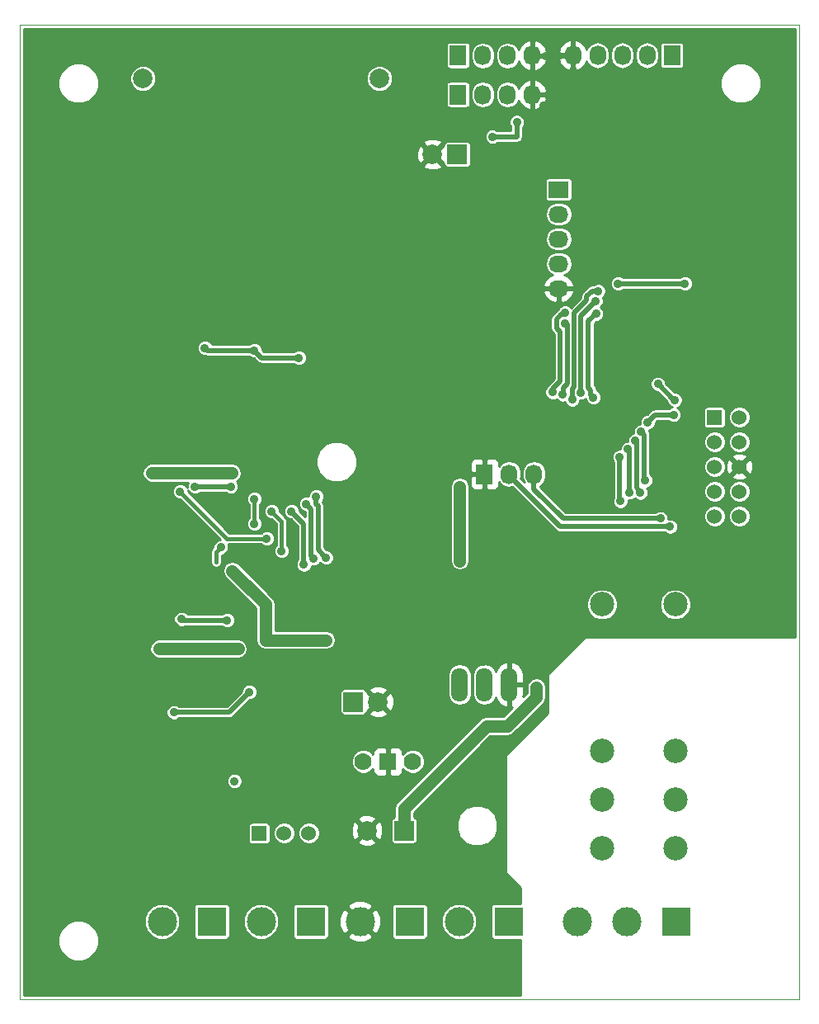
<source format=gbr>
G04 #@! TF.FileFunction,Copper,L2,Bot,Signal*
%FSLAX46Y46*%
G04 Gerber Fmt 4.6, Leading zero omitted, Abs format (unit mm)*
G04 Created by KiCad (PCBNEW (2015-03-05 BZR 5480)-product) date Mon 09 Mar 2015 11:20:18 AM EET*
%MOMM*%
G01*
G04 APERTURE LIST*
%ADD10C,0.100000*%
%ADD11C,1.524000*%
%ADD12C,2.000000*%
%ADD13R,2.999740X2.999740*%
%ADD14C,2.999740*%
%ADD15R,1.998980X1.998980*%
%ADD16C,1.998980*%
%ADD17R,1.524000X1.524000*%
%ADD18R,1.727200X2.032000*%
%ADD19O,1.727200X2.032000*%
%ADD20O,1.699260X3.500120*%
%ADD21C,1.778000*%
%ADD22R,1.778000X1.778000*%
%ADD23C,2.500000*%
%ADD24R,2.032000X1.727200*%
%ADD25O,2.032000X1.727200*%
%ADD26C,0.900000*%
%ADD27C,0.889000*%
%ADD28C,0.450000*%
%ADD29C,1.270000*%
%ADD30C,0.508000*%
%ADD31C,0.254000*%
G04 APERTURE END LIST*
D10*
X91000000Y-89000000D02*
X91000000Y-189000000D01*
X171000000Y-89000000D02*
X91000000Y-89000000D01*
X171000000Y-189000000D02*
X171000000Y-89000000D01*
X91000000Y-189000000D02*
X171000000Y-189000000D01*
D11*
X162306000Y-139446000D03*
X164846000Y-139446000D03*
X162306000Y-136906000D03*
X164846000Y-136906000D03*
D12*
X127890000Y-94550000D03*
X103630000Y-94550000D03*
D13*
X158385000Y-181020000D03*
D14*
X153305000Y-181020000D03*
X148225000Y-181020000D03*
D15*
X130429000Y-171704000D03*
D16*
X126619000Y-171704000D03*
D15*
X125222000Y-158496000D03*
D16*
X127762000Y-158496000D03*
D15*
X135890000Y-102313800D03*
D16*
X133350000Y-102313800D03*
D17*
X115570000Y-171958000D03*
D11*
X118110000Y-171958000D03*
X120650000Y-171958000D03*
D17*
X162306000Y-129286000D03*
D11*
X164846000Y-129286000D03*
X162306000Y-131826000D03*
X164846000Y-131826000D03*
X162306000Y-134366000D03*
X164846000Y-134366000D03*
D18*
X157911800Y-92153800D03*
D19*
X155371800Y-92153800D03*
X152831800Y-92153800D03*
X150291800Y-92153800D03*
X147751800Y-92153800D03*
D18*
X135970000Y-92177800D03*
D19*
X138510000Y-92177800D03*
X141050000Y-92177800D03*
X143590000Y-92177800D03*
D18*
X135970000Y-96177800D03*
D19*
X138510000Y-96177800D03*
X141050000Y-96177800D03*
X143590000Y-96177800D03*
D13*
X110665000Y-181020000D03*
D14*
X105585000Y-181020000D03*
D13*
X120825000Y-181020000D03*
D14*
X115745000Y-181020000D03*
D20*
X138684000Y-156718000D03*
X136144000Y-156718000D03*
X141224000Y-156718000D03*
D13*
X141145000Y-181020000D03*
D14*
X136065000Y-181020000D03*
D13*
X130985000Y-181020000D03*
D14*
X125905000Y-181020000D03*
D21*
X131318000Y-164620000D03*
D22*
X128778000Y-164620000D03*
D21*
X126238000Y-164620000D03*
D23*
X150750000Y-148500000D03*
X150750000Y-163500000D03*
X150750000Y-173500000D03*
X158250000Y-168500000D03*
X158250000Y-148500000D03*
X150750000Y-168500000D03*
X158250000Y-163500000D03*
X158250000Y-173500000D03*
D24*
X146304000Y-105918000D03*
D25*
X146304000Y-108458000D03*
X146304000Y-110998000D03*
X146304000Y-113538000D03*
X146304000Y-116078000D03*
D18*
X138684000Y-135128000D03*
D19*
X141224000Y-135128000D03*
X143764000Y-135128000D03*
D26*
X111633000Y-142621000D03*
X144000000Y-157000000D03*
X119126000Y-167386000D03*
X119380000Y-168656000D03*
X123444000Y-162306000D03*
X116586000Y-164592000D03*
X115824000Y-163068000D03*
X116586000Y-161798000D03*
X111125000Y-145288000D03*
X113665000Y-137160000D03*
X108712000Y-139700000D03*
X108712000Y-141224000D03*
X114554000Y-155194000D03*
X121666000Y-155194000D03*
X156464000Y-121666000D03*
X150876000Y-120904000D03*
X163068000Y-125222000D03*
X136652000Y-129286000D03*
X135636000Y-130048000D03*
X136652000Y-121412000D03*
X135636000Y-120396000D03*
D27*
X144409925Y-123560075D03*
D26*
X144272000Y-122428000D03*
X145034000Y-121666000D03*
D27*
X144780000Y-100612920D03*
D26*
X143510000Y-93980000D03*
X147828000Y-93726000D03*
X145034000Y-92202000D03*
X146304000Y-92202000D03*
X144780000Y-97282000D03*
X145288000Y-96266000D03*
X150929000Y-121872000D03*
X156517000Y-122634000D03*
X162676490Y-122253000D03*
X161470000Y-122126000D03*
X162486000Y-124158000D03*
X150929000Y-123142000D03*
X117094000Y-120396000D03*
X116840000Y-117348000D03*
X110236000Y-117348000D03*
X113030000Y-168402000D03*
X106426000Y-165100000D03*
X126746000Y-147320000D03*
X127254000Y-148336000D03*
X127000000Y-149606000D03*
X122936000Y-148082000D03*
X122174000Y-149098000D03*
X129286000Y-160528000D03*
X114046000Y-148640800D03*
X136144000Y-136398000D03*
X136144000Y-144018000D03*
X114554000Y-157480000D03*
X105283000Y-153035000D03*
X112776000Y-135001000D03*
X104521000Y-135001000D03*
X113385600Y-153035000D03*
X112776000Y-145034000D03*
X116205000Y-152146000D03*
X113004600Y-166624000D03*
X109245400Y-153035000D03*
X106811229Y-159561829D03*
X122428000Y-152146000D03*
X119634000Y-123190000D03*
X115062000Y-122428000D03*
X109982000Y-122174000D03*
X115062000Y-137668000D03*
X115062000Y-140208000D03*
X108966000Y-136400601D03*
X112649000Y-136398000D03*
X107569000Y-149987000D03*
X112268000Y-150114000D03*
D27*
X156473456Y-125873028D03*
X158242343Y-127508343D03*
D26*
X156737304Y-139680696D03*
X146974208Y-118541105D03*
X145653749Y-126714282D03*
X157734000Y-140511706D03*
X146730509Y-126954371D03*
X146971589Y-119647182D03*
D27*
X152641308Y-137909308D03*
X152572868Y-133350000D03*
X153530308Y-137020308D03*
X153408296Y-132580296D03*
D26*
X116332000Y-141732000D03*
X107442000Y-136906000D03*
X155448000Y-129794000D03*
X158110569Y-129032000D03*
X117856000Y-143002000D03*
X116840000Y-138938000D03*
D27*
X142000000Y-99000000D03*
D26*
X139500000Y-100500000D03*
D27*
X147688290Y-127490658D03*
D26*
X121412000Y-137414000D03*
D27*
X122428000Y-143699748D03*
X150368000Y-116332000D03*
X148590000Y-126746000D03*
X148590000Y-126746000D03*
X148590000Y-126746000D03*
X148590000Y-126746000D03*
X148590000Y-126746000D03*
X148590000Y-126746000D03*
D26*
X120396000Y-138176000D03*
X120396000Y-138176000D03*
X120396000Y-138176000D03*
X121158000Y-143764000D03*
X121158000Y-143764000D03*
X121158000Y-143764000D03*
X121158000Y-143764000D03*
X121158000Y-143764000D03*
D27*
X150103100Y-117391602D03*
D26*
X120142000Y-144416458D03*
X149860000Y-127254000D03*
X118872000Y-138938000D03*
X150136557Y-118664303D03*
X152400000Y-115570000D03*
X159258000Y-115570000D03*
X154763948Y-130780734D03*
X155194000Y-135763000D03*
X154178365Y-131715692D03*
X154686000Y-137033000D03*
D28*
X111125000Y-144145000D02*
X111125000Y-143129000D01*
X111125000Y-143129000D02*
X111633000Y-142621000D01*
D29*
X141000000Y-161000000D02*
X144000000Y-158000000D01*
X144000000Y-158000000D02*
X144000000Y-157000000D01*
X138863510Y-161000000D02*
X141000000Y-161000000D01*
X130429000Y-171704000D02*
X130429000Y-169434510D01*
X130429000Y-169434510D02*
X138863510Y-161000000D01*
D28*
X111125000Y-145288000D02*
X110998000Y-145288000D01*
D30*
X121666000Y-155194000D02*
X114554000Y-155194000D01*
X147751800Y-92153800D02*
X147751800Y-92202000D01*
X147751800Y-92202000D02*
X146304000Y-92202000D01*
X150929000Y-121872000D02*
X150929000Y-120957000D01*
X150929000Y-120957000D02*
X150876000Y-120904000D01*
X144780000Y-97282000D02*
X144780000Y-100612920D01*
X147751800Y-92153800D02*
X147751800Y-93649800D01*
X147751800Y-93649800D02*
X147828000Y-93726000D01*
X143590000Y-96177800D02*
X145199800Y-96177800D01*
X145199800Y-96177800D02*
X145288000Y-96266000D01*
X113030000Y-168402000D02*
X113030000Y-168656000D01*
X122936000Y-148082000D02*
X122936000Y-148336000D01*
X122174000Y-149098000D02*
X122936000Y-148336000D01*
D31*
X111125000Y-145719800D02*
X114046000Y-148640800D01*
X111125000Y-145288000D02*
X111125000Y-145719800D01*
D29*
X136144000Y-144018000D02*
X136144000Y-136398000D01*
D30*
X112472171Y-159561829D02*
X114104001Y-157929999D01*
X114104001Y-157929999D02*
X114554000Y-157480000D01*
X106811229Y-159561829D02*
X112472171Y-159561829D01*
D29*
X112776000Y-135001000D02*
X104521000Y-135001000D01*
X105283000Y-153035000D02*
X109245400Y-153035000D01*
X109245400Y-153035000D02*
X113385600Y-153035000D01*
X116205000Y-152146000D02*
X116205000Y-148463000D01*
X116205000Y-148463000D02*
X112776000Y-145034000D01*
X122428000Y-152146000D02*
X116205000Y-152146000D01*
D30*
X115824000Y-123190000D02*
X115062000Y-122428000D01*
X119634000Y-123190000D02*
X115824000Y-123190000D01*
X110236000Y-122428000D02*
X109982000Y-122174000D01*
X115062000Y-122428000D02*
X110236000Y-122428000D01*
D28*
X115062000Y-140208000D02*
X115062000Y-137668000D01*
D30*
X112649000Y-136398000D02*
X108968601Y-136398000D01*
X108968601Y-136398000D02*
X108966000Y-136400601D01*
X112268000Y-150114000D02*
X107696000Y-150114000D01*
X107696000Y-150114000D02*
X107569000Y-149987000D01*
X158242343Y-127508343D02*
X158108771Y-127508343D01*
X158108771Y-127508343D02*
X156473456Y-125873028D01*
X143764000Y-135128000D02*
X143764000Y-136652000D01*
X143764000Y-136652000D02*
X146792696Y-139680696D01*
X146792696Y-139680696D02*
X149688296Y-139680696D01*
X149688296Y-139680696D02*
X156737304Y-139680696D01*
X146064388Y-120156388D02*
X146456370Y-120548370D01*
X146064388Y-119211725D02*
X146064388Y-120156388D01*
X146536132Y-118739981D02*
X146064388Y-119211725D01*
X146775332Y-118739981D02*
X146536132Y-118739981D01*
X146974208Y-118541105D02*
X146775332Y-118739981D01*
X146456370Y-120548370D02*
X146456370Y-121158000D01*
X146456370Y-125575242D02*
X146075379Y-125956233D01*
X146456370Y-121158000D02*
X146456370Y-125575242D01*
X146075379Y-125956233D02*
X146075379Y-125958621D01*
X145653749Y-126380251D02*
X145653749Y-126714282D01*
X146075379Y-125958621D02*
X145653749Y-126380251D01*
X141224000Y-135128000D02*
X141224000Y-135280400D01*
X141224000Y-135280400D02*
X146455306Y-140511706D01*
X146455306Y-140511706D02*
X157734000Y-140511706D01*
X146786589Y-126250825D02*
X146786589Y-126898291D01*
X146786589Y-126898291D02*
X146730509Y-126954371D01*
X147167580Y-119735580D02*
X147167580Y-125869834D01*
X147167580Y-125869834D02*
X146786589Y-126250825D01*
X146971589Y-119647182D02*
X147079182Y-119647182D01*
X147079182Y-119647182D02*
X147167580Y-119735580D01*
X152572868Y-133350000D02*
X152572868Y-137840868D01*
X152572868Y-137840868D02*
X152641308Y-137909308D01*
X153408296Y-132580296D02*
X153530308Y-132702308D01*
X153530308Y-132702308D02*
X153530308Y-137020308D01*
D28*
X115695604Y-141732000D02*
X116332000Y-141732000D01*
X112268000Y-141732000D02*
X115695604Y-141732000D01*
X107442000Y-136906000D02*
X112268000Y-141732000D01*
D30*
X158110569Y-129032000D02*
X156210000Y-129032000D01*
X156210000Y-129032000D02*
X155448000Y-129794000D01*
D28*
X117856000Y-142365604D02*
X117856000Y-143002000D01*
X116840000Y-138938000D02*
X117856000Y-139954000D01*
X117856000Y-139954000D02*
X117856000Y-142365604D01*
D30*
X142000000Y-99000000D02*
X142000000Y-100500000D01*
X142000000Y-100500000D02*
X139500000Y-100500000D01*
X121412000Y-138186198D02*
X121615210Y-138389408D01*
X121412000Y-137414000D02*
X121412000Y-138186198D01*
X121615210Y-142886692D02*
X122174000Y-143445482D01*
X121615210Y-138389408D02*
X121615210Y-142886692D01*
X122174000Y-143445748D02*
X122428000Y-143699748D01*
X122174000Y-143445482D02*
X122174000Y-143445748D01*
X147688290Y-126354926D02*
X147688290Y-127490658D01*
X147878790Y-126164426D02*
X147688290Y-126354926D01*
X149175978Y-117312922D02*
X147878790Y-118610110D01*
X149175978Y-116895405D02*
X149175978Y-117312922D01*
X147878790Y-118610110D02*
X147878790Y-126164426D01*
X149739383Y-116332000D02*
X149175978Y-116895405D01*
X150368000Y-116332000D02*
X149739383Y-116332000D01*
X120396000Y-138176000D02*
X120904000Y-138684000D01*
X120904000Y-138684000D02*
X120904000Y-143510000D01*
X120904000Y-143510000D02*
X121158000Y-143764000D01*
X149658601Y-117836101D02*
X150103100Y-117391602D01*
X148590000Y-126746000D02*
X148590000Y-118904702D01*
X148590000Y-118904702D02*
X149658601Y-117836101D01*
X120142000Y-140208000D02*
X120142000Y-140335000D01*
X120142000Y-140335000D02*
X120142000Y-144416458D01*
X120142000Y-140208000D02*
X118872000Y-138938000D01*
X150067697Y-118664303D02*
X150136557Y-118664303D01*
X149860000Y-118872000D02*
X150067697Y-118664303D01*
X149352000Y-119448860D02*
X150136557Y-118664303D01*
X149352000Y-126238000D02*
X149352000Y-119448860D01*
X149606000Y-126492000D02*
X149352000Y-126238000D01*
X149606000Y-127000000D02*
X149606000Y-126492000D01*
X159258000Y-115570000D02*
X152400000Y-115570000D01*
X155067000Y-131083786D02*
X155067000Y-132080000D01*
X155067000Y-132080000D02*
X155067000Y-135636000D01*
X155067000Y-135636000D02*
X155194000Y-135763000D01*
X154763948Y-130780734D02*
X155067000Y-131083786D01*
X154305000Y-133350000D02*
X154305000Y-136525000D01*
X154686000Y-136906000D02*
X154686000Y-137033000D01*
X154305000Y-136525000D02*
X154686000Y-136906000D01*
X154305000Y-131842327D02*
X154178365Y-131715692D01*
X154305000Y-133350000D02*
X154305000Y-131842327D01*
D31*
G36*
X170594400Y-151873000D02*
X167106024Y-151873000D01*
X167106024Y-94582996D01*
X166786132Y-93808798D01*
X166194318Y-93215949D01*
X165420679Y-92894707D01*
X164582996Y-92893976D01*
X163808798Y-93213868D01*
X163215949Y-93805682D01*
X162894707Y-94579321D01*
X162893976Y-95417004D01*
X163213868Y-96191202D01*
X163805682Y-96784051D01*
X164579321Y-97105293D01*
X165417004Y-97106024D01*
X166191202Y-96786132D01*
X166784051Y-96194318D01*
X167105293Y-95420679D01*
X167106024Y-94582996D01*
X167106024Y-151873000D01*
X166255144Y-151873000D01*
X166255144Y-134573698D01*
X166227362Y-134018632D01*
X166068397Y-133634857D01*
X165963793Y-133604853D01*
X165963793Y-131604671D01*
X165963793Y-129064671D01*
X165794008Y-128653758D01*
X165479896Y-128339097D01*
X165069280Y-128168594D01*
X164624671Y-128168207D01*
X164213758Y-128337992D01*
X163899097Y-128652104D01*
X163728594Y-129062720D01*
X163728207Y-129507329D01*
X163897992Y-129918242D01*
X164212104Y-130232903D01*
X164622720Y-130403406D01*
X165067329Y-130403793D01*
X165478242Y-130234008D01*
X165792903Y-129919896D01*
X165963406Y-129509280D01*
X165963793Y-129064671D01*
X165963793Y-131604671D01*
X165794008Y-131193758D01*
X165479896Y-130879097D01*
X165069280Y-130708594D01*
X164624671Y-130708207D01*
X164213758Y-130877992D01*
X163899097Y-131192104D01*
X163728594Y-131602720D01*
X163728207Y-132047329D01*
X163897992Y-132458242D01*
X164212104Y-132772903D01*
X164622720Y-132943406D01*
X165067329Y-132943793D01*
X165478242Y-132774008D01*
X165792903Y-132459896D01*
X165963406Y-132049280D01*
X165963793Y-131604671D01*
X165963793Y-133604853D01*
X165826213Y-133565392D01*
X165646608Y-133744997D01*
X165646608Y-133385787D01*
X165577143Y-133143603D01*
X165053698Y-132956856D01*
X164498632Y-132984638D01*
X164114857Y-133143603D01*
X164045392Y-133385787D01*
X164846000Y-134186395D01*
X165646608Y-133385787D01*
X165646608Y-133744997D01*
X165025605Y-134366000D01*
X165826213Y-135166608D01*
X166068397Y-135097143D01*
X166255144Y-134573698D01*
X166255144Y-151873000D01*
X165963793Y-151873000D01*
X165963793Y-139224671D01*
X165963793Y-136684671D01*
X165794008Y-136273758D01*
X165646608Y-136126100D01*
X165646608Y-135346213D01*
X164846000Y-134545605D01*
X164666395Y-134725210D01*
X164666395Y-134366000D01*
X163865787Y-133565392D01*
X163623603Y-133634857D01*
X163436856Y-134158302D01*
X163464638Y-134713368D01*
X163623603Y-135097143D01*
X163865787Y-135166608D01*
X164666395Y-134366000D01*
X164666395Y-134725210D01*
X164045392Y-135346213D01*
X164114857Y-135588397D01*
X164638302Y-135775144D01*
X165193368Y-135747362D01*
X165577143Y-135588397D01*
X165646608Y-135346213D01*
X165646608Y-136126100D01*
X165479896Y-135959097D01*
X165069280Y-135788594D01*
X164624671Y-135788207D01*
X164213758Y-135957992D01*
X163899097Y-136272104D01*
X163728594Y-136682720D01*
X163728207Y-137127329D01*
X163897992Y-137538242D01*
X164212104Y-137852903D01*
X164622720Y-138023406D01*
X165067329Y-138023793D01*
X165478242Y-137854008D01*
X165792903Y-137539896D01*
X165963406Y-137129280D01*
X165963793Y-136684671D01*
X165963793Y-139224671D01*
X165794008Y-138813758D01*
X165479896Y-138499097D01*
X165069280Y-138328594D01*
X164624671Y-138328207D01*
X164213758Y-138497992D01*
X163899097Y-138812104D01*
X163728594Y-139222720D01*
X163728207Y-139667329D01*
X163897992Y-140078242D01*
X164212104Y-140392903D01*
X164622720Y-140563406D01*
X165067329Y-140563793D01*
X165478242Y-140394008D01*
X165792903Y-140079896D01*
X165963406Y-139669280D01*
X165963793Y-139224671D01*
X165963793Y-151873000D01*
X163430567Y-151873000D01*
X163430567Y-130048000D01*
X163430567Y-128524000D01*
X163404259Y-128388411D01*
X163325977Y-128269241D01*
X163207799Y-128189469D01*
X163068000Y-128161433D01*
X161544000Y-128161433D01*
X161408411Y-128187741D01*
X161289241Y-128266023D01*
X161209469Y-128384201D01*
X161181433Y-128524000D01*
X161181433Y-130048000D01*
X161207741Y-130183589D01*
X161286023Y-130302759D01*
X161404201Y-130382531D01*
X161544000Y-130410567D01*
X163068000Y-130410567D01*
X163203589Y-130384259D01*
X163322759Y-130305977D01*
X163402531Y-130187799D01*
X163430567Y-130048000D01*
X163430567Y-151873000D01*
X163423793Y-151873000D01*
X163423793Y-139224671D01*
X163423793Y-136684671D01*
X163423793Y-134144671D01*
X163423793Y-131604671D01*
X163254008Y-131193758D01*
X162939896Y-130879097D01*
X162529280Y-130708594D01*
X162084671Y-130708207D01*
X161673758Y-130877992D01*
X161359097Y-131192104D01*
X161188594Y-131602720D01*
X161188207Y-132047329D01*
X161357992Y-132458242D01*
X161672104Y-132772903D01*
X162082720Y-132943406D01*
X162527329Y-132943793D01*
X162938242Y-132774008D01*
X163252903Y-132459896D01*
X163423406Y-132049280D01*
X163423793Y-131604671D01*
X163423793Y-134144671D01*
X163254008Y-133733758D01*
X162939896Y-133419097D01*
X162529280Y-133248594D01*
X162084671Y-133248207D01*
X161673758Y-133417992D01*
X161359097Y-133732104D01*
X161188594Y-134142720D01*
X161188207Y-134587329D01*
X161357992Y-134998242D01*
X161672104Y-135312903D01*
X162082720Y-135483406D01*
X162527329Y-135483793D01*
X162938242Y-135314008D01*
X163252903Y-134999896D01*
X163423406Y-134589280D01*
X163423793Y-134144671D01*
X163423793Y-136684671D01*
X163254008Y-136273758D01*
X162939896Y-135959097D01*
X162529280Y-135788594D01*
X162084671Y-135788207D01*
X161673758Y-135957992D01*
X161359097Y-136272104D01*
X161188594Y-136682720D01*
X161188207Y-137127329D01*
X161357992Y-137538242D01*
X161672104Y-137852903D01*
X162082720Y-138023406D01*
X162527329Y-138023793D01*
X162938242Y-137854008D01*
X163252903Y-137539896D01*
X163423406Y-137129280D01*
X163423793Y-136684671D01*
X163423793Y-139224671D01*
X163254008Y-138813758D01*
X162939896Y-138499097D01*
X162529280Y-138328594D01*
X162084671Y-138328207D01*
X161673758Y-138497992D01*
X161359097Y-138812104D01*
X161188594Y-139222720D01*
X161188207Y-139667329D01*
X161357992Y-140078242D01*
X161672104Y-140392903D01*
X162082720Y-140563406D01*
X162527329Y-140563793D01*
X162938242Y-140394008D01*
X163252903Y-140079896D01*
X163423406Y-139669280D01*
X163423793Y-139224671D01*
X163423793Y-151873000D01*
X160063740Y-151873000D01*
X160063740Y-115410459D01*
X159941353Y-115114260D01*
X159714932Y-114887443D01*
X159418947Y-114764540D01*
X159137967Y-114764294D01*
X159137967Y-93169800D01*
X159137967Y-91137800D01*
X159111659Y-91002211D01*
X159033377Y-90883041D01*
X158915199Y-90803269D01*
X158775400Y-90775233D01*
X157048200Y-90775233D01*
X156912611Y-90801541D01*
X156793441Y-90879823D01*
X156713669Y-90998001D01*
X156685633Y-91137800D01*
X156685633Y-93169800D01*
X156711941Y-93305389D01*
X156790223Y-93424559D01*
X156908401Y-93504331D01*
X157048200Y-93532367D01*
X158775400Y-93532367D01*
X158910989Y-93506059D01*
X159030159Y-93427777D01*
X159109931Y-93309599D01*
X159137967Y-93169800D01*
X159137967Y-114764294D01*
X159098459Y-114764260D01*
X158802260Y-114886647D01*
X158728378Y-114960400D01*
X156591000Y-114960400D01*
X156591000Y-92333071D01*
X156591000Y-91974529D01*
X156498194Y-91507961D01*
X156233905Y-91112424D01*
X155838368Y-90848135D01*
X155371800Y-90755329D01*
X154905232Y-90848135D01*
X154509695Y-91112424D01*
X154245406Y-91507961D01*
X154152600Y-91974529D01*
X154152600Y-92333071D01*
X154245406Y-92799639D01*
X154509695Y-93195176D01*
X154905232Y-93459465D01*
X155371800Y-93552271D01*
X155838368Y-93459465D01*
X156233905Y-93195176D01*
X156498194Y-92799639D01*
X156591000Y-92333071D01*
X156591000Y-114960400D01*
X154051000Y-114960400D01*
X154051000Y-92333071D01*
X154051000Y-91974529D01*
X153958194Y-91507961D01*
X153693905Y-91112424D01*
X153298368Y-90848135D01*
X152831800Y-90755329D01*
X152365232Y-90848135D01*
X151969695Y-91112424D01*
X151705406Y-91507961D01*
X151612600Y-91974529D01*
X151612600Y-92333071D01*
X151705406Y-92799639D01*
X151969695Y-93195176D01*
X152365232Y-93459465D01*
X152831800Y-93552271D01*
X153298368Y-93459465D01*
X153693905Y-93195176D01*
X153958194Y-92799639D01*
X154051000Y-92333071D01*
X154051000Y-114960400D01*
X152929761Y-114960400D01*
X152856932Y-114887443D01*
X152560947Y-114764540D01*
X152240459Y-114764260D01*
X151944260Y-114886647D01*
X151717443Y-115113068D01*
X151594540Y-115409053D01*
X151594260Y-115729541D01*
X151716647Y-116025740D01*
X151943068Y-116252557D01*
X152239053Y-116375460D01*
X152559541Y-116375740D01*
X152855740Y-116253353D01*
X152929621Y-116179600D01*
X158728238Y-116179600D01*
X158801068Y-116252557D01*
X159097053Y-116375460D01*
X159417541Y-116375740D01*
X159713740Y-116253353D01*
X159940557Y-116026932D01*
X160063460Y-115730947D01*
X160063740Y-115410459D01*
X160063740Y-151873000D01*
X159855879Y-151873000D01*
X159855879Y-148182027D01*
X159611955Y-147591689D01*
X159160687Y-147139632D01*
X159042582Y-147090590D01*
X159042582Y-127349891D01*
X158921030Y-127055715D01*
X158696155Y-126830447D01*
X158402191Y-126708382D01*
X158170712Y-126708179D01*
X157273610Y-125811078D01*
X157273695Y-125714576D01*
X157152143Y-125420400D01*
X156927268Y-125195132D01*
X156633304Y-125073067D01*
X156315004Y-125072789D01*
X156020828Y-125194341D01*
X155795560Y-125419216D01*
X155673495Y-125713180D01*
X155673217Y-126031480D01*
X155794769Y-126325656D01*
X156019644Y-126550924D01*
X156313608Y-126672989D01*
X156411398Y-126673074D01*
X157468147Y-127729824D01*
X157563656Y-127960971D01*
X157788531Y-128186239D01*
X157917888Y-128239953D01*
X157654829Y-128348647D01*
X157580947Y-128422400D01*
X156210000Y-128422400D01*
X155976716Y-128468803D01*
X155778948Y-128600948D01*
X155391545Y-128988350D01*
X155288459Y-128988260D01*
X154992260Y-129110647D01*
X154765443Y-129337068D01*
X154642540Y-129633053D01*
X154642260Y-129953541D01*
X154651141Y-129975034D01*
X154604407Y-129974994D01*
X154308208Y-130097381D01*
X154081391Y-130323802D01*
X153958488Y-130619787D01*
X153958212Y-130934996D01*
X153722625Y-131032339D01*
X153495808Y-131258760D01*
X153372905Y-131554745D01*
X153372708Y-131780164D01*
X153249844Y-131780057D01*
X152955668Y-131901609D01*
X152730400Y-132126484D01*
X152608335Y-132420448D01*
X152608221Y-132549930D01*
X152414416Y-132549761D01*
X152120240Y-132671313D01*
X151894972Y-132896188D01*
X151772907Y-133190152D01*
X151772629Y-133508452D01*
X151894181Y-133802628D01*
X151963268Y-133871835D01*
X151963268Y-137455842D01*
X151841347Y-137749460D01*
X151841069Y-138067760D01*
X151962621Y-138361936D01*
X152187496Y-138587204D01*
X152481460Y-138709269D01*
X152799760Y-138709547D01*
X153093936Y-138587995D01*
X153319204Y-138363120D01*
X153441269Y-138069156D01*
X153441486Y-137820331D01*
X153688760Y-137820547D01*
X153982936Y-137698995D01*
X154097935Y-137584195D01*
X154229068Y-137715557D01*
X154525053Y-137838460D01*
X154845541Y-137838740D01*
X155141740Y-137716353D01*
X155368557Y-137489932D01*
X155491460Y-137193947D01*
X155491740Y-136873459D01*
X155369353Y-136577260D01*
X155358714Y-136566602D01*
X155649740Y-136446353D01*
X155876557Y-136219932D01*
X155999460Y-135923947D01*
X155999740Y-135603459D01*
X155877353Y-135307260D01*
X155676600Y-135106155D01*
X155676600Y-132080000D01*
X155676600Y-131083786D01*
X155630197Y-130850502D01*
X155569566Y-130759763D01*
X155569688Y-130621193D01*
X155560806Y-130599699D01*
X155607541Y-130599740D01*
X155903740Y-130477353D01*
X156130557Y-130250932D01*
X156253460Y-129954947D01*
X156253551Y-129850552D01*
X156462504Y-129641600D01*
X157580807Y-129641600D01*
X157653637Y-129714557D01*
X157949622Y-129837460D01*
X158270110Y-129837740D01*
X158566309Y-129715353D01*
X158793126Y-129488932D01*
X158916029Y-129192947D01*
X158916309Y-128872459D01*
X158793922Y-128576260D01*
X158567501Y-128349443D01*
X158435029Y-128294436D01*
X158694971Y-128187030D01*
X158920239Y-127962155D01*
X159042304Y-127668191D01*
X159042582Y-127349891D01*
X159042582Y-147090590D01*
X158570775Y-146894679D01*
X158539740Y-146894651D01*
X158539740Y-140352165D01*
X158417353Y-140055966D01*
X158190932Y-139829149D01*
X157894947Y-139706246D01*
X157574459Y-139705966D01*
X157542871Y-139719017D01*
X157543044Y-139521155D01*
X157420657Y-139224956D01*
X157194236Y-138998139D01*
X156898251Y-138875236D01*
X156577763Y-138874956D01*
X156281564Y-138997343D01*
X156207682Y-139071096D01*
X151511000Y-139071096D01*
X151511000Y-92333071D01*
X151511000Y-91974529D01*
X151418194Y-91507961D01*
X151153905Y-91112424D01*
X150758368Y-90848135D01*
X150291800Y-90755329D01*
X149825232Y-90848135D01*
X149429695Y-91112424D01*
X149165406Y-91507961D01*
X149155350Y-91558512D01*
X149043754Y-91239480D01*
X148653836Y-90803068D01*
X148126591Y-90549091D01*
X148110826Y-90546442D01*
X147878800Y-90667583D01*
X147878800Y-92026800D01*
X147898800Y-92026800D01*
X147898800Y-92280800D01*
X147878800Y-92280800D01*
X147878800Y-93640017D01*
X148110826Y-93761158D01*
X148126591Y-93758509D01*
X148653836Y-93504532D01*
X149043754Y-93068120D01*
X149155350Y-92749087D01*
X149165406Y-92799639D01*
X149429695Y-93195176D01*
X149825232Y-93459465D01*
X150291800Y-93552271D01*
X150758368Y-93459465D01*
X151153905Y-93195176D01*
X151418194Y-92799639D01*
X151511000Y-92333071D01*
X151511000Y-139071096D01*
X151168239Y-139071096D01*
X151168239Y-116173548D01*
X151046687Y-115879372D01*
X150821812Y-115654104D01*
X150527848Y-115532039D01*
X150209548Y-115531761D01*
X149915372Y-115653313D01*
X149846164Y-115722400D01*
X149739383Y-115722400D01*
X149506099Y-115768803D01*
X149308331Y-115900948D01*
X148744926Y-116464353D01*
X148612781Y-116662121D01*
X148566378Y-116895405D01*
X148566378Y-117060418D01*
X147911358Y-117715437D01*
X147911358Y-116437026D01*
X147911358Y-115718974D01*
X147908709Y-115703209D01*
X147654732Y-115175964D01*
X147218320Y-114786046D01*
X146899287Y-114674449D01*
X146949839Y-114664394D01*
X147345376Y-114400105D01*
X147609665Y-114004568D01*
X147702471Y-113538000D01*
X147702471Y-110998000D01*
X147702471Y-108458000D01*
X147682567Y-108357935D01*
X147682567Y-106781600D01*
X147682567Y-105054400D01*
X147656259Y-104918811D01*
X147624800Y-104870920D01*
X147624800Y-93640017D01*
X147624800Y-92280800D01*
X147624800Y-92026800D01*
X147624800Y-90667583D01*
X147392774Y-90546442D01*
X147377009Y-90549091D01*
X146849764Y-90803068D01*
X146459846Y-91239480D01*
X146266616Y-91791887D01*
X146410876Y-92026800D01*
X147624800Y-92026800D01*
X147624800Y-92280800D01*
X146410876Y-92280800D01*
X146266616Y-92515713D01*
X146459846Y-93068120D01*
X146849764Y-93504532D01*
X147377009Y-93758509D01*
X147392774Y-93761158D01*
X147624800Y-93640017D01*
X147624800Y-104870920D01*
X147577977Y-104799641D01*
X147459799Y-104719869D01*
X147320000Y-104691833D01*
X145288000Y-104691833D01*
X145152411Y-104718141D01*
X145075184Y-104768870D01*
X145075184Y-96539713D01*
X145075184Y-95815887D01*
X145075184Y-92539713D01*
X145075184Y-91815887D01*
X144881954Y-91263480D01*
X144492036Y-90827068D01*
X143964791Y-90573091D01*
X143949026Y-90570442D01*
X143717000Y-90691583D01*
X143717000Y-92050800D01*
X144930924Y-92050800D01*
X145075184Y-91815887D01*
X145075184Y-92539713D01*
X144930924Y-92304800D01*
X143717000Y-92304800D01*
X143717000Y-93664017D01*
X143949026Y-93785158D01*
X143964791Y-93782509D01*
X144492036Y-93528532D01*
X144881954Y-93092120D01*
X145075184Y-92539713D01*
X145075184Y-95815887D01*
X144881954Y-95263480D01*
X144492036Y-94827068D01*
X143964791Y-94573091D01*
X143949026Y-94570442D01*
X143717000Y-94691583D01*
X143717000Y-96050800D01*
X144930924Y-96050800D01*
X145075184Y-95815887D01*
X145075184Y-96539713D01*
X144930924Y-96304800D01*
X143717000Y-96304800D01*
X143717000Y-97664017D01*
X143949026Y-97785158D01*
X143964791Y-97782509D01*
X144492036Y-97528532D01*
X144881954Y-97092120D01*
X145075184Y-96539713D01*
X145075184Y-104768870D01*
X145033241Y-104796423D01*
X144953469Y-104914601D01*
X144925433Y-105054400D01*
X144925433Y-106781600D01*
X144951741Y-106917189D01*
X145030023Y-107036359D01*
X145148201Y-107116131D01*
X145288000Y-107144167D01*
X147320000Y-107144167D01*
X147455589Y-107117859D01*
X147574759Y-107039577D01*
X147654531Y-106921399D01*
X147682567Y-106781600D01*
X147682567Y-108357935D01*
X147609665Y-107991432D01*
X147345376Y-107595895D01*
X146949839Y-107331606D01*
X146483271Y-107238800D01*
X146124729Y-107238800D01*
X145658161Y-107331606D01*
X145262624Y-107595895D01*
X144998335Y-107991432D01*
X144905529Y-108458000D01*
X144998335Y-108924568D01*
X145262624Y-109320105D01*
X145658161Y-109584394D01*
X146124729Y-109677200D01*
X146483271Y-109677200D01*
X146949839Y-109584394D01*
X147345376Y-109320105D01*
X147609665Y-108924568D01*
X147702471Y-108458000D01*
X147702471Y-110998000D01*
X147609665Y-110531432D01*
X147345376Y-110135895D01*
X146949839Y-109871606D01*
X146483271Y-109778800D01*
X146124729Y-109778800D01*
X145658161Y-109871606D01*
X145262624Y-110135895D01*
X144998335Y-110531432D01*
X144905529Y-110998000D01*
X144998335Y-111464568D01*
X145262624Y-111860105D01*
X145658161Y-112124394D01*
X146124729Y-112217200D01*
X146483271Y-112217200D01*
X146949839Y-112124394D01*
X147345376Y-111860105D01*
X147609665Y-111464568D01*
X147702471Y-110998000D01*
X147702471Y-113538000D01*
X147609665Y-113071432D01*
X147345376Y-112675895D01*
X146949839Y-112411606D01*
X146483271Y-112318800D01*
X146124729Y-112318800D01*
X145658161Y-112411606D01*
X145262624Y-112675895D01*
X144998335Y-113071432D01*
X144905529Y-113538000D01*
X144998335Y-114004568D01*
X145262624Y-114400105D01*
X145658161Y-114664394D01*
X145708712Y-114674449D01*
X145389680Y-114786046D01*
X144953268Y-115175964D01*
X144699291Y-115703209D01*
X144696642Y-115718974D01*
X144817783Y-115951000D01*
X146177000Y-115951000D01*
X146177000Y-115931000D01*
X146431000Y-115931000D01*
X146431000Y-115951000D01*
X147790217Y-115951000D01*
X147911358Y-115718974D01*
X147911358Y-116437026D01*
X147790217Y-116205000D01*
X146431000Y-116205000D01*
X146431000Y-117418924D01*
X146665913Y-117563184D01*
X147218320Y-117369954D01*
X147654732Y-116980036D01*
X147908709Y-116452791D01*
X147911358Y-116437026D01*
X147911358Y-117715437D01*
X147599546Y-118027249D01*
X147431140Y-117858548D01*
X147135155Y-117735645D01*
X146814667Y-117735365D01*
X146518468Y-117857752D01*
X146291651Y-118084173D01*
X146234129Y-118222700D01*
X146177000Y-118260872D01*
X146177000Y-117418924D01*
X146177000Y-116205000D01*
X144817783Y-116205000D01*
X144696642Y-116437026D01*
X144699291Y-116452791D01*
X144953268Y-116980036D01*
X145389680Y-117369954D01*
X145942087Y-117563184D01*
X146177000Y-117418924D01*
X146177000Y-118260872D01*
X146105080Y-118308929D01*
X145633336Y-118780673D01*
X145501191Y-118978441D01*
X145454788Y-119211725D01*
X145454788Y-120156388D01*
X145501191Y-120389672D01*
X145633336Y-120587440D01*
X145846770Y-120800874D01*
X145846770Y-121158000D01*
X145846770Y-125322737D01*
X145644327Y-125525181D01*
X145639518Y-125532377D01*
X145222697Y-125949199D01*
X145108147Y-126120633D01*
X144971192Y-126257350D01*
X144848289Y-126553335D01*
X144848009Y-126873823D01*
X144970396Y-127170022D01*
X145196817Y-127396839D01*
X145492802Y-127519742D01*
X145813290Y-127520022D01*
X146056541Y-127419512D01*
X146273577Y-127636928D01*
X146569562Y-127759831D01*
X146890050Y-127760111D01*
X146927519Y-127744629D01*
X147009603Y-127943286D01*
X147234478Y-128168554D01*
X147528442Y-128290619D01*
X147846742Y-128290897D01*
X148140918Y-128169345D01*
X148366186Y-127944470D01*
X148488251Y-127650506D01*
X148488342Y-127546011D01*
X148748452Y-127546239D01*
X149042628Y-127424687D01*
X149054260Y-127413074D01*
X149054260Y-127413541D01*
X149176647Y-127709740D01*
X149403068Y-127936557D01*
X149699053Y-128059460D01*
X150019541Y-128059740D01*
X150315740Y-127937353D01*
X150542557Y-127710932D01*
X150665460Y-127414947D01*
X150665740Y-127094459D01*
X150543353Y-126798260D01*
X150316932Y-126571443D01*
X150215600Y-126529366D01*
X150215600Y-126492000D01*
X150169197Y-126258716D01*
X150037052Y-126060948D01*
X149961600Y-125985496D01*
X149961600Y-119701364D01*
X150193011Y-119469952D01*
X150296098Y-119470043D01*
X150592297Y-119347656D01*
X150819114Y-119121235D01*
X150942017Y-118825250D01*
X150942297Y-118504762D01*
X150819910Y-118208563D01*
X150618912Y-118007214D01*
X150780996Y-117845414D01*
X150903061Y-117551450D01*
X150903339Y-117233150D01*
X150812761Y-117013937D01*
X150820628Y-117010687D01*
X151045896Y-116785812D01*
X151167961Y-116491848D01*
X151168239Y-116173548D01*
X151168239Y-139071096D01*
X149688296Y-139071096D01*
X147045200Y-139071096D01*
X144373600Y-136399496D01*
X144373600Y-136338094D01*
X144626105Y-136169376D01*
X144890394Y-135773839D01*
X144983200Y-135307271D01*
X144983200Y-134948729D01*
X144890394Y-134482161D01*
X144626105Y-134086624D01*
X144230568Y-133822335D01*
X143764000Y-133729529D01*
X143463000Y-133789401D01*
X143463000Y-97664017D01*
X143463000Y-96304800D01*
X143443000Y-96304800D01*
X143443000Y-96050800D01*
X143463000Y-96050800D01*
X143463000Y-94691583D01*
X143463000Y-93664017D01*
X143463000Y-92304800D01*
X143443000Y-92304800D01*
X143443000Y-92050800D01*
X143463000Y-92050800D01*
X143463000Y-90691583D01*
X143230974Y-90570442D01*
X143215209Y-90573091D01*
X142687964Y-90827068D01*
X142298046Y-91263480D01*
X142186449Y-91582512D01*
X142176394Y-91531961D01*
X141912105Y-91136424D01*
X141516568Y-90872135D01*
X141050000Y-90779329D01*
X140583432Y-90872135D01*
X140187895Y-91136424D01*
X139923606Y-91531961D01*
X139830800Y-91998529D01*
X139830800Y-92357071D01*
X139923606Y-92823639D01*
X140187895Y-93219176D01*
X140583432Y-93483465D01*
X141050000Y-93576271D01*
X141516568Y-93483465D01*
X141912105Y-93219176D01*
X142176394Y-92823639D01*
X142186449Y-92773087D01*
X142298046Y-93092120D01*
X142687964Y-93528532D01*
X143215209Y-93782509D01*
X143230974Y-93785158D01*
X143463000Y-93664017D01*
X143463000Y-94691583D01*
X143230974Y-94570442D01*
X143215209Y-94573091D01*
X142687964Y-94827068D01*
X142298046Y-95263480D01*
X142186449Y-95582512D01*
X142176394Y-95531961D01*
X141912105Y-95136424D01*
X141516568Y-94872135D01*
X141050000Y-94779329D01*
X140583432Y-94872135D01*
X140187895Y-95136424D01*
X139923606Y-95531961D01*
X139830800Y-95998529D01*
X139830800Y-96357071D01*
X139923606Y-96823639D01*
X140187895Y-97219176D01*
X140583432Y-97483465D01*
X141050000Y-97576271D01*
X141516568Y-97483465D01*
X141912105Y-97219176D01*
X142176394Y-96823639D01*
X142186449Y-96773087D01*
X142298046Y-97092120D01*
X142687964Y-97528532D01*
X143215209Y-97782509D01*
X143230974Y-97785158D01*
X143463000Y-97664017D01*
X143463000Y-133789401D01*
X143297432Y-133822335D01*
X142901895Y-134086624D01*
X142800239Y-134238763D01*
X142800239Y-98841548D01*
X142678687Y-98547372D01*
X142453812Y-98322104D01*
X142159848Y-98200039D01*
X141841548Y-98199761D01*
X141547372Y-98321313D01*
X141322104Y-98546188D01*
X141200039Y-98840152D01*
X141199761Y-99158452D01*
X141321313Y-99452628D01*
X141390400Y-99521835D01*
X141390400Y-99890400D01*
X140029761Y-99890400D01*
X139956932Y-99817443D01*
X139729200Y-99722880D01*
X139729200Y-96357071D01*
X139729200Y-95998529D01*
X139729200Y-92357071D01*
X139729200Y-91998529D01*
X139636394Y-91531961D01*
X139372105Y-91136424D01*
X138976568Y-90872135D01*
X138510000Y-90779329D01*
X138043432Y-90872135D01*
X137647895Y-91136424D01*
X137383606Y-91531961D01*
X137290800Y-91998529D01*
X137290800Y-92357071D01*
X137383606Y-92823639D01*
X137647895Y-93219176D01*
X138043432Y-93483465D01*
X138510000Y-93576271D01*
X138976568Y-93483465D01*
X139372105Y-93219176D01*
X139636394Y-92823639D01*
X139729200Y-92357071D01*
X139729200Y-95998529D01*
X139636394Y-95531961D01*
X139372105Y-95136424D01*
X138976568Y-94872135D01*
X138510000Y-94779329D01*
X138043432Y-94872135D01*
X137647895Y-95136424D01*
X137383606Y-95531961D01*
X137290800Y-95998529D01*
X137290800Y-96357071D01*
X137383606Y-96823639D01*
X137647895Y-97219176D01*
X138043432Y-97483465D01*
X138510000Y-97576271D01*
X138976568Y-97483465D01*
X139372105Y-97219176D01*
X139636394Y-96823639D01*
X139729200Y-96357071D01*
X139729200Y-99722880D01*
X139660947Y-99694540D01*
X139340459Y-99694260D01*
X139044260Y-99816647D01*
X138817443Y-100043068D01*
X138694540Y-100339053D01*
X138694260Y-100659541D01*
X138816647Y-100955740D01*
X139043068Y-101182557D01*
X139339053Y-101305460D01*
X139659541Y-101305740D01*
X139955740Y-101183353D01*
X140029621Y-101109600D01*
X142000000Y-101109600D01*
X142233284Y-101063197D01*
X142431052Y-100931052D01*
X142563197Y-100733284D01*
X142609600Y-100500000D01*
X142609600Y-99521988D01*
X142677896Y-99453812D01*
X142799961Y-99159848D01*
X142800239Y-98841548D01*
X142800239Y-134238763D01*
X142637606Y-134482161D01*
X142544800Y-134948729D01*
X142544800Y-135307271D01*
X142637606Y-135773839D01*
X142754525Y-135948821D01*
X142388412Y-135582708D01*
X142443200Y-135307271D01*
X142443200Y-134948729D01*
X142350394Y-134482161D01*
X142086105Y-134086624D01*
X141690568Y-133822335D01*
X141224000Y-133729529D01*
X140757432Y-133822335D01*
X140361895Y-134086624D01*
X140182600Y-134354958D01*
X140182600Y-133985691D01*
X140085927Y-133752302D01*
X139907299Y-133573673D01*
X139673910Y-133477000D01*
X139421291Y-133477000D01*
X138969750Y-133477000D01*
X138811000Y-133635750D01*
X138811000Y-135001000D01*
X138831000Y-135001000D01*
X138831000Y-135255000D01*
X138811000Y-135255000D01*
X138811000Y-136620250D01*
X138969750Y-136779000D01*
X139421291Y-136779000D01*
X139673910Y-136779000D01*
X139907299Y-136682327D01*
X140085927Y-136503698D01*
X140182600Y-136270309D01*
X140182600Y-135901041D01*
X140361895Y-136169376D01*
X140757432Y-136433665D01*
X141224000Y-136526471D01*
X141544262Y-136462766D01*
X146024254Y-140942758D01*
X146222022Y-141074903D01*
X146455306Y-141121306D01*
X157204238Y-141121306D01*
X157277068Y-141194263D01*
X157573053Y-141317166D01*
X157893541Y-141317446D01*
X158189740Y-141195059D01*
X158416557Y-140968638D01*
X158539460Y-140672653D01*
X158539740Y-140352165D01*
X158539740Y-146894651D01*
X157932027Y-146894121D01*
X157341689Y-147138045D01*
X156889632Y-147589313D01*
X156644679Y-148179225D01*
X156644121Y-148817973D01*
X156888045Y-149408311D01*
X157339313Y-149860368D01*
X157929225Y-150105321D01*
X158567973Y-150105879D01*
X159158311Y-149861955D01*
X159610368Y-149410687D01*
X159855321Y-148820775D01*
X159855879Y-148182027D01*
X159855879Y-151873000D01*
X152355879Y-151873000D01*
X152355879Y-148182027D01*
X152111955Y-147591689D01*
X151660687Y-147139632D01*
X151070775Y-146894679D01*
X150432027Y-146894121D01*
X149841689Y-147138045D01*
X149389632Y-147589313D01*
X149144679Y-148179225D01*
X149144121Y-148817973D01*
X149388045Y-149408311D01*
X149839313Y-149860368D01*
X150429225Y-150105321D01*
X151067973Y-150105879D01*
X151658311Y-149861955D01*
X152110368Y-149410687D01*
X152355321Y-148820775D01*
X152355879Y-148182027D01*
X152355879Y-151873000D01*
X148947495Y-151873000D01*
X145161000Y-155649295D01*
X145161000Y-159649482D01*
X144990600Y-159820279D01*
X144990600Y-158000000D01*
X144990600Y-157000000D01*
X144915195Y-156620914D01*
X144700460Y-156299540D01*
X144379086Y-156084805D01*
X144000000Y-156009400D01*
X143620914Y-156084805D01*
X143299540Y-156299540D01*
X143084805Y-156620914D01*
X143009400Y-157000000D01*
X143009400Y-157589680D01*
X142649574Y-157949505D01*
X142708630Y-157745430D01*
X142708630Y-156845000D01*
X142708630Y-156591000D01*
X142708630Y-155690570D01*
X142547018Y-155132094D01*
X142183989Y-154677976D01*
X141674810Y-154397351D01*
X141580832Y-154376460D01*
X141351000Y-154497786D01*
X141351000Y-156591000D01*
X142708630Y-156591000D01*
X142708630Y-156845000D01*
X141351000Y-156845000D01*
X141351000Y-158938214D01*
X141553806Y-159045273D01*
X141097000Y-159502079D01*
X141097000Y-158938214D01*
X141097000Y-156845000D01*
X141077000Y-156845000D01*
X141077000Y-156591000D01*
X141097000Y-156591000D01*
X141097000Y-154497786D01*
X140867168Y-154376460D01*
X140773190Y-154397351D01*
X140264011Y-154677976D01*
X139900982Y-155132094D01*
X139818074Y-155418594D01*
X139797487Y-155315096D01*
X139536226Y-154924092D01*
X139145222Y-154662831D01*
X138684000Y-154571088D01*
X138557000Y-154596349D01*
X138557000Y-136620250D01*
X138557000Y-135255000D01*
X138557000Y-135001000D01*
X138557000Y-133635750D01*
X138398250Y-133477000D01*
X137946709Y-133477000D01*
X137694090Y-133477000D01*
X137460701Y-133573673D01*
X137282073Y-133752302D01*
X137252057Y-133824766D01*
X137252057Y-103313290D01*
X137252057Y-101314310D01*
X137225749Y-101178721D01*
X137196167Y-101133687D01*
X137196167Y-97193800D01*
X137196167Y-95161800D01*
X137196167Y-93193800D01*
X137196167Y-91161800D01*
X137169859Y-91026211D01*
X137091577Y-90907041D01*
X136973399Y-90827269D01*
X136833600Y-90799233D01*
X135106400Y-90799233D01*
X134970811Y-90825541D01*
X134851641Y-90903823D01*
X134771869Y-91022001D01*
X134743833Y-91161800D01*
X134743833Y-93193800D01*
X134770141Y-93329389D01*
X134848423Y-93448559D01*
X134966601Y-93528331D01*
X135106400Y-93556367D01*
X136833600Y-93556367D01*
X136969189Y-93530059D01*
X137088359Y-93451777D01*
X137168131Y-93333599D01*
X137196167Y-93193800D01*
X137196167Y-95161800D01*
X137169859Y-95026211D01*
X137091577Y-94907041D01*
X136973399Y-94827269D01*
X136833600Y-94799233D01*
X135106400Y-94799233D01*
X134970811Y-94825541D01*
X134851641Y-94903823D01*
X134771869Y-95022001D01*
X134743833Y-95161800D01*
X134743833Y-97193800D01*
X134770141Y-97329389D01*
X134848423Y-97448559D01*
X134966601Y-97528331D01*
X135106400Y-97556367D01*
X136833600Y-97556367D01*
X136969189Y-97530059D01*
X137088359Y-97451777D01*
X137168131Y-97333599D01*
X137196167Y-97193800D01*
X137196167Y-101133687D01*
X137147467Y-101059551D01*
X137029289Y-100979779D01*
X136889490Y-100951743D01*
X134890510Y-100951743D01*
X134754921Y-100978051D01*
X134635751Y-101056333D01*
X134555979Y-101174511D01*
X134527943Y-101314310D01*
X134527943Y-101350770D01*
X134502163Y-101341243D01*
X134322557Y-101520848D01*
X134322557Y-101161637D01*
X134223958Y-100894835D01*
X133614418Y-100668399D01*
X132964623Y-100692459D01*
X132476042Y-100894835D01*
X132377443Y-101161637D01*
X133350000Y-102134195D01*
X134322557Y-101161637D01*
X134322557Y-101520848D01*
X133529605Y-102313800D01*
X134502163Y-103286357D01*
X134527943Y-103276829D01*
X134527943Y-103313290D01*
X134554251Y-103448879D01*
X134632533Y-103568049D01*
X134750711Y-103647821D01*
X134890510Y-103675857D01*
X136889490Y-103675857D01*
X137025079Y-103649549D01*
X137144249Y-103571267D01*
X137224021Y-103453089D01*
X137252057Y-103313290D01*
X137252057Y-133824766D01*
X137185400Y-133985691D01*
X137185400Y-134842250D01*
X137344150Y-135001000D01*
X138557000Y-135001000D01*
X138557000Y-135255000D01*
X137344150Y-135255000D01*
X137185400Y-135413750D01*
X137185400Y-136270309D01*
X137282073Y-136503698D01*
X137460701Y-136682327D01*
X137694090Y-136779000D01*
X137946709Y-136779000D01*
X138398250Y-136779000D01*
X138557000Y-136620250D01*
X138557000Y-154596349D01*
X138222778Y-154662831D01*
X137831774Y-154924092D01*
X137570513Y-155315096D01*
X137478770Y-155776318D01*
X137478770Y-157659682D01*
X137570513Y-158120904D01*
X137831774Y-158511908D01*
X138222778Y-158773169D01*
X138684000Y-158864912D01*
X139145222Y-158773169D01*
X139536226Y-158511908D01*
X139797487Y-158120904D01*
X139818074Y-158017405D01*
X139900982Y-158303906D01*
X140264011Y-158758024D01*
X140773190Y-159038649D01*
X140867168Y-159059540D01*
X141097000Y-158938214D01*
X141097000Y-159502079D01*
X140589680Y-160009400D01*
X138863510Y-160009400D01*
X138484423Y-160084805D01*
X138163050Y-160299540D01*
X137349230Y-161113360D01*
X137349230Y-157659682D01*
X137349230Y-155776318D01*
X137257487Y-155315096D01*
X137134600Y-155131182D01*
X137134600Y-144018000D01*
X137134600Y-136398000D01*
X137059195Y-136018914D01*
X136844460Y-135697540D01*
X136523086Y-135482805D01*
X136144000Y-135407400D01*
X135764914Y-135482805D01*
X135443540Y-135697540D01*
X135228805Y-136018914D01*
X135153400Y-136398000D01*
X135153400Y-144018000D01*
X135228805Y-144397086D01*
X135443540Y-144718460D01*
X135764914Y-144933195D01*
X136144000Y-145008600D01*
X136523086Y-144933195D01*
X136844460Y-144718460D01*
X137059195Y-144397086D01*
X137134600Y-144018000D01*
X137134600Y-155131182D01*
X136996226Y-154924092D01*
X136605222Y-154662831D01*
X136144000Y-154571088D01*
X135682778Y-154662831D01*
X135291774Y-154924092D01*
X135030513Y-155315096D01*
X134938770Y-155776318D01*
X134938770Y-157659682D01*
X135030513Y-158120904D01*
X135291774Y-158511908D01*
X135682778Y-158773169D01*
X136144000Y-158864912D01*
X136605222Y-158773169D01*
X136996226Y-158511908D01*
X137257487Y-158120904D01*
X137349230Y-157659682D01*
X137349230Y-161113360D01*
X134322557Y-164140033D01*
X134322557Y-103465963D01*
X133350000Y-102493405D01*
X133170395Y-102673010D01*
X133170395Y-102313800D01*
X132197837Y-101341243D01*
X131931035Y-101439842D01*
X131704599Y-102049382D01*
X131728659Y-102699177D01*
X131931035Y-103187758D01*
X132197837Y-103286357D01*
X133170395Y-102313800D01*
X133170395Y-102673010D01*
X132377443Y-103465963D01*
X132476042Y-103732765D01*
X133085582Y-103959201D01*
X133735377Y-103935141D01*
X134223958Y-103732765D01*
X134322557Y-103465963D01*
X134322557Y-164140033D01*
X132562815Y-165899775D01*
X132562815Y-164373520D01*
X132373736Y-163915912D01*
X132023930Y-163565495D01*
X131566652Y-163375617D01*
X131071520Y-163375185D01*
X130613912Y-163564264D01*
X130302000Y-163875632D01*
X130302000Y-163604691D01*
X130205327Y-163371302D01*
X130026699Y-163192673D01*
X129793310Y-163096000D01*
X129540691Y-163096000D01*
X129407401Y-163096000D01*
X129407401Y-158760418D01*
X129383341Y-158110623D01*
X129245835Y-157778652D01*
X129245835Y-94281537D01*
X129039892Y-93783117D01*
X128658888Y-93401448D01*
X128160829Y-93194636D01*
X127621537Y-93194165D01*
X127123117Y-93400108D01*
X126741448Y-93781112D01*
X126534636Y-94279171D01*
X126534165Y-94818463D01*
X126740108Y-95316883D01*
X127121112Y-95698552D01*
X127619171Y-95905364D01*
X128158463Y-95905835D01*
X128656883Y-95699892D01*
X129038552Y-95318888D01*
X129245364Y-94820829D01*
X129245835Y-94281537D01*
X129245835Y-157778652D01*
X129180965Y-157622042D01*
X128914163Y-157523443D01*
X128734557Y-157703048D01*
X128734557Y-157343837D01*
X128635958Y-157077035D01*
X128026418Y-156850599D01*
X127376623Y-156874659D01*
X126888042Y-157077035D01*
X126789443Y-157343837D01*
X127762000Y-158316395D01*
X128734557Y-157343837D01*
X128734557Y-157703048D01*
X127941605Y-158496000D01*
X128914163Y-159468557D01*
X129180965Y-159369958D01*
X129407401Y-158760418D01*
X129407401Y-163096000D01*
X129063750Y-163096000D01*
X128905000Y-163254750D01*
X128905000Y-164493000D01*
X128925000Y-164493000D01*
X128925000Y-164747000D01*
X128905000Y-164747000D01*
X128905000Y-165985250D01*
X129063750Y-166144000D01*
X129540691Y-166144000D01*
X129793310Y-166144000D01*
X130026699Y-166047327D01*
X130205327Y-165868698D01*
X130302000Y-165635309D01*
X130302000Y-165363893D01*
X130612070Y-165674505D01*
X131069348Y-165864383D01*
X131564480Y-165864815D01*
X132022088Y-165675736D01*
X132372505Y-165325930D01*
X132562383Y-164868652D01*
X132562815Y-164373520D01*
X132562815Y-165899775D01*
X129728540Y-168734050D01*
X129513805Y-169055424D01*
X129438400Y-169434510D01*
X129438400Y-170341943D01*
X129429510Y-170341943D01*
X129293921Y-170368251D01*
X129174751Y-170446533D01*
X129094979Y-170564711D01*
X129066943Y-170704510D01*
X129066943Y-172703490D01*
X129093251Y-172839079D01*
X129171533Y-172958249D01*
X129289711Y-173038021D01*
X129429510Y-173066057D01*
X131428490Y-173066057D01*
X131564079Y-173039749D01*
X131683249Y-172961467D01*
X131763021Y-172843289D01*
X131791057Y-172703490D01*
X131791057Y-170704510D01*
X131764749Y-170568921D01*
X131686467Y-170449751D01*
X131568289Y-170369979D01*
X131428490Y-170341943D01*
X131419600Y-170341943D01*
X131419600Y-169844830D01*
X139273830Y-161990600D01*
X141000000Y-161990600D01*
X141379086Y-161915195D01*
X141700460Y-161700460D01*
X144700460Y-158700460D01*
X144915195Y-158379086D01*
X144990600Y-158000000D01*
X144990600Y-159820279D01*
X140873000Y-163947482D01*
X140873000Y-176051337D01*
X142367000Y-177597337D01*
X142367000Y-179157563D01*
X140028024Y-179157563D01*
X140028024Y-170778996D01*
X139708132Y-170004798D01*
X139116318Y-169411949D01*
X138342679Y-169090707D01*
X137504996Y-169089976D01*
X136730798Y-169409868D01*
X136137949Y-170001682D01*
X135816707Y-170775321D01*
X135815976Y-171613004D01*
X136135868Y-172387202D01*
X136727682Y-172980051D01*
X137501321Y-173301293D01*
X138339004Y-173302024D01*
X139113202Y-172982132D01*
X139706051Y-172390318D01*
X140027293Y-171616679D01*
X140028024Y-170778996D01*
X140028024Y-179157563D01*
X139645130Y-179157563D01*
X139509541Y-179183871D01*
X139390371Y-179262153D01*
X139310599Y-179380331D01*
X139282563Y-179520130D01*
X139282563Y-182519870D01*
X139308871Y-182655459D01*
X139387153Y-182774629D01*
X139505331Y-182854401D01*
X139645130Y-182882437D01*
X142367000Y-182882437D01*
X142367000Y-188594400D01*
X137920792Y-188594400D01*
X137920792Y-180652543D01*
X137638908Y-179970334D01*
X137117412Y-179447926D01*
X136435695Y-179164853D01*
X135697543Y-179164208D01*
X135015334Y-179446092D01*
X134492926Y-179967588D01*
X134209853Y-180649305D01*
X134209208Y-181387457D01*
X134491092Y-182069666D01*
X135012588Y-182592074D01*
X135694305Y-182875147D01*
X136432457Y-182875792D01*
X137114666Y-182593908D01*
X137637074Y-182072412D01*
X137920147Y-181390695D01*
X137920792Y-180652543D01*
X137920792Y-188594400D01*
X132847437Y-188594400D01*
X132847437Y-182519870D01*
X132847437Y-179520130D01*
X132821129Y-179384541D01*
X132742847Y-179265371D01*
X132624669Y-179185599D01*
X132484870Y-179157563D01*
X129485130Y-179157563D01*
X129349541Y-179183871D01*
X129230371Y-179262153D01*
X129150599Y-179380331D01*
X129122563Y-179520130D01*
X129122563Y-182519870D01*
X129148871Y-182655459D01*
X129227153Y-182774629D01*
X129345331Y-182854401D01*
X129485130Y-182882437D01*
X132484870Y-182882437D01*
X132620459Y-182856129D01*
X132739629Y-182777847D01*
X132819401Y-182659669D01*
X132847437Y-182519870D01*
X132847437Y-188594400D01*
X128734557Y-188594400D01*
X128734557Y-159648163D01*
X127762000Y-158675605D01*
X127582395Y-158855210D01*
X127582395Y-158496000D01*
X126609837Y-157523443D01*
X126584057Y-157532970D01*
X126584057Y-157496510D01*
X126557749Y-157360921D01*
X126479467Y-157241751D01*
X126361289Y-157161979D01*
X126221490Y-157133943D01*
X125586024Y-157133943D01*
X125586024Y-133440996D01*
X125266132Y-132666798D01*
X124674318Y-132073949D01*
X123900679Y-131752707D01*
X123062996Y-131751976D01*
X122288798Y-132071868D01*
X121695949Y-132663682D01*
X121374707Y-133437321D01*
X121373976Y-134275004D01*
X121693868Y-135049202D01*
X122285682Y-135642051D01*
X123059321Y-135963293D01*
X123897004Y-135964024D01*
X124671202Y-135644132D01*
X125264051Y-135052318D01*
X125585293Y-134278679D01*
X125586024Y-133440996D01*
X125586024Y-157133943D01*
X124222510Y-157133943D01*
X124086921Y-157160251D01*
X123967751Y-157238533D01*
X123887979Y-157356711D01*
X123859943Y-157496510D01*
X123859943Y-159495490D01*
X123886251Y-159631079D01*
X123964533Y-159750249D01*
X124082711Y-159830021D01*
X124222510Y-159858057D01*
X126221490Y-159858057D01*
X126357079Y-159831749D01*
X126476249Y-159753467D01*
X126556021Y-159635289D01*
X126584057Y-159495490D01*
X126584057Y-159459029D01*
X126609837Y-159468557D01*
X127582395Y-158496000D01*
X127582395Y-158855210D01*
X126789443Y-159648163D01*
X126888042Y-159914965D01*
X127497582Y-160141401D01*
X128147377Y-160117341D01*
X128635958Y-159914965D01*
X128734557Y-159648163D01*
X128734557Y-188594400D01*
X128651000Y-188594400D01*
X128651000Y-165985250D01*
X128651000Y-164747000D01*
X128631000Y-164747000D01*
X128631000Y-164493000D01*
X128651000Y-164493000D01*
X128651000Y-163254750D01*
X128492250Y-163096000D01*
X128015309Y-163096000D01*
X127762690Y-163096000D01*
X127529301Y-163192673D01*
X127350673Y-163371302D01*
X127254000Y-163604691D01*
X127254000Y-163876106D01*
X126943930Y-163565495D01*
X126486652Y-163375617D01*
X125991520Y-163375185D01*
X125533912Y-163564264D01*
X125183495Y-163914070D01*
X124993617Y-164371348D01*
X124993185Y-164866480D01*
X125182264Y-165324088D01*
X125532070Y-165674505D01*
X125989348Y-165864383D01*
X126484480Y-165864815D01*
X126942088Y-165675736D01*
X127254000Y-165364367D01*
X127254000Y-165635309D01*
X127350673Y-165868698D01*
X127529301Y-166047327D01*
X127762690Y-166144000D01*
X128015309Y-166144000D01*
X128492250Y-166144000D01*
X128651000Y-165985250D01*
X128651000Y-188594400D01*
X128264401Y-188594400D01*
X128264401Y-171968418D01*
X128240341Y-171318623D01*
X128037965Y-170830042D01*
X127771163Y-170731443D01*
X127591557Y-170911048D01*
X127591557Y-170551837D01*
X127492958Y-170285035D01*
X126883418Y-170058599D01*
X126233623Y-170082659D01*
X125745042Y-170285035D01*
X125646443Y-170551837D01*
X126619000Y-171524395D01*
X127591557Y-170551837D01*
X127591557Y-170911048D01*
X126798605Y-171704000D01*
X127771163Y-172676557D01*
X128037965Y-172577958D01*
X128264401Y-171968418D01*
X128264401Y-188594400D01*
X128047595Y-188594400D01*
X128047595Y-181403783D01*
X128031367Y-180554634D01*
X127737632Y-179845495D01*
X127591557Y-179772279D01*
X127591557Y-172856163D01*
X126619000Y-171883605D01*
X126439395Y-172063210D01*
X126439395Y-171704000D01*
X125466837Y-170731443D01*
X125200035Y-170830042D01*
X124973599Y-171439582D01*
X124997659Y-172089377D01*
X125200035Y-172577958D01*
X125466837Y-172676557D01*
X126439395Y-171704000D01*
X126439395Y-172063210D01*
X125646443Y-172856163D01*
X125745042Y-173122965D01*
X126354582Y-173349401D01*
X127004377Y-173325341D01*
X127492958Y-173122965D01*
X127591557Y-172856163D01*
X127591557Y-179772279D01*
X127418877Y-179685728D01*
X127239272Y-179865333D01*
X127239272Y-179506123D01*
X127079505Y-179187368D01*
X126288783Y-178877405D01*
X125439634Y-178893633D01*
X124730495Y-179187368D01*
X124570728Y-179506123D01*
X125905000Y-180840395D01*
X127239272Y-179506123D01*
X127239272Y-179865333D01*
X126084605Y-181020000D01*
X127418877Y-182354272D01*
X127737632Y-182194505D01*
X128047595Y-181403783D01*
X128047595Y-188594400D01*
X127239272Y-188594400D01*
X127239272Y-182533877D01*
X125905000Y-181199605D01*
X125725395Y-181379210D01*
X125725395Y-181020000D01*
X124391123Y-179685728D01*
X124072368Y-179845495D01*
X123762405Y-180636217D01*
X123778633Y-181485366D01*
X124072368Y-182194505D01*
X124391123Y-182354272D01*
X125725395Y-181020000D01*
X125725395Y-181379210D01*
X124570728Y-182533877D01*
X124730495Y-182852632D01*
X125521217Y-183162595D01*
X126370366Y-183146367D01*
X127079505Y-182852632D01*
X127239272Y-182533877D01*
X127239272Y-188594400D01*
X123418600Y-188594400D01*
X123418600Y-152146000D01*
X123343195Y-151766914D01*
X123228239Y-151594869D01*
X123228239Y-143541296D01*
X123106687Y-143247120D01*
X122881812Y-143021852D01*
X122587848Y-142899787D01*
X122490324Y-142899701D01*
X122224810Y-142634187D01*
X122224810Y-138389408D01*
X122178407Y-138156124D01*
X122046262Y-137958356D01*
X122046262Y-137958355D01*
X122026638Y-137938731D01*
X122094557Y-137870932D01*
X122217460Y-137574947D01*
X122217740Y-137254459D01*
X122095353Y-136958260D01*
X121868932Y-136731443D01*
X121572947Y-136608540D01*
X121252459Y-136608260D01*
X120956260Y-136730647D01*
X120729443Y-136957068D01*
X120606540Y-137253053D01*
X120606419Y-137391082D01*
X120556947Y-137370540D01*
X120439740Y-137370437D01*
X120439740Y-123030459D01*
X120317353Y-122734260D01*
X120090932Y-122507443D01*
X119794947Y-122384540D01*
X119474459Y-122384260D01*
X119178260Y-122506647D01*
X119104378Y-122580400D01*
X116076504Y-122580400D01*
X115867649Y-122371545D01*
X115867740Y-122268459D01*
X115745353Y-121972260D01*
X115518932Y-121745443D01*
X115222947Y-121622540D01*
X114902459Y-121622260D01*
X114606260Y-121744647D01*
X114532378Y-121818400D01*
X110706730Y-121818400D01*
X110665353Y-121718260D01*
X110438932Y-121491443D01*
X110142947Y-121368540D01*
X109822459Y-121368260D01*
X109526260Y-121490647D01*
X109299443Y-121717068D01*
X109176540Y-122013053D01*
X109176260Y-122333541D01*
X109298647Y-122629740D01*
X109525068Y-122856557D01*
X109821053Y-122979460D01*
X109985365Y-122979603D01*
X110002716Y-122991197D01*
X110236000Y-123037600D01*
X114532238Y-123037600D01*
X114605068Y-123110557D01*
X114901053Y-123233460D01*
X115005447Y-123233551D01*
X115392948Y-123621052D01*
X115590716Y-123753197D01*
X115824000Y-123799600D01*
X119104238Y-123799600D01*
X119177068Y-123872557D01*
X119473053Y-123995460D01*
X119793541Y-123995740D01*
X120089740Y-123873353D01*
X120316557Y-123646932D01*
X120439460Y-123350947D01*
X120439740Y-123030459D01*
X120439740Y-137370437D01*
X120236459Y-137370260D01*
X119940260Y-137492647D01*
X119713443Y-137719068D01*
X119590540Y-138015053D01*
X119590260Y-138335541D01*
X119712647Y-138631740D01*
X119939068Y-138858557D01*
X120235053Y-138981460D01*
X120294400Y-138981511D01*
X120294400Y-139498296D01*
X119677649Y-138881545D01*
X119677740Y-138778459D01*
X119555353Y-138482260D01*
X119328932Y-138255443D01*
X119032947Y-138132540D01*
X118712459Y-138132260D01*
X118416260Y-138254647D01*
X118189443Y-138481068D01*
X118066540Y-138777053D01*
X118066260Y-139097541D01*
X118188647Y-139393740D01*
X118415068Y-139620557D01*
X118711053Y-139743460D01*
X118815447Y-139743551D01*
X119532400Y-140460504D01*
X119532400Y-143886696D01*
X119459443Y-143959526D01*
X119336540Y-144255511D01*
X119336260Y-144575999D01*
X119458647Y-144872198D01*
X119685068Y-145099015D01*
X119981053Y-145221918D01*
X120301541Y-145222198D01*
X120597740Y-145099811D01*
X120824557Y-144873390D01*
X120947460Y-144577405D01*
X120947484Y-144548877D01*
X120997053Y-144569460D01*
X121317541Y-144569740D01*
X121613740Y-144447353D01*
X121829133Y-144232335D01*
X121974188Y-144377644D01*
X122268152Y-144499709D01*
X122586452Y-144499987D01*
X122880628Y-144378435D01*
X123105896Y-144153560D01*
X123227961Y-143859596D01*
X123228239Y-143541296D01*
X123228239Y-151594869D01*
X123128460Y-151445540D01*
X122807086Y-151230805D01*
X122428000Y-151155400D01*
X118661740Y-151155400D01*
X118661740Y-142842459D01*
X118539353Y-142546260D01*
X118436600Y-142443327D01*
X118436600Y-142365604D01*
X118436600Y-139954000D01*
X118392404Y-139731814D01*
X118266546Y-139543454D01*
X117645614Y-138922522D01*
X117645740Y-138778459D01*
X117523353Y-138482260D01*
X117296932Y-138255443D01*
X117000947Y-138132540D01*
X116680459Y-138132260D01*
X116384260Y-138254647D01*
X116157443Y-138481068D01*
X116034540Y-138777053D01*
X116034260Y-139097541D01*
X116156647Y-139393740D01*
X116383068Y-139620557D01*
X116679053Y-139743460D01*
X116824495Y-139743587D01*
X117275400Y-140194492D01*
X117275400Y-142365604D01*
X117275400Y-142443289D01*
X117173443Y-142545068D01*
X117137740Y-142631050D01*
X117137740Y-141572459D01*
X117015353Y-141276260D01*
X116788932Y-141049443D01*
X116492947Y-140926540D01*
X116172459Y-140926260D01*
X115876260Y-141048647D01*
X115867740Y-141057152D01*
X115867740Y-140048459D01*
X115745353Y-139752260D01*
X115642600Y-139649327D01*
X115642600Y-138226710D01*
X115744557Y-138124932D01*
X115867460Y-137828947D01*
X115867740Y-137508459D01*
X115745353Y-137212260D01*
X115518932Y-136985443D01*
X115222947Y-136862540D01*
X114902459Y-136862260D01*
X114606260Y-136984647D01*
X114379443Y-137211068D01*
X114256540Y-137507053D01*
X114256260Y-137827541D01*
X114378647Y-138123740D01*
X114481400Y-138226672D01*
X114481400Y-139649289D01*
X114379443Y-139751068D01*
X114256540Y-140047053D01*
X114256260Y-140367541D01*
X114378647Y-140663740D01*
X114605068Y-140890557D01*
X114901053Y-141013460D01*
X115221541Y-141013740D01*
X115517740Y-140891353D01*
X115744557Y-140664932D01*
X115867460Y-140368947D01*
X115867740Y-140048459D01*
X115867740Y-141057152D01*
X115773327Y-141151400D01*
X115695604Y-141151400D01*
X112508491Y-141151400D01*
X108247614Y-136890522D01*
X108247717Y-136771806D01*
X108282647Y-136856341D01*
X108509068Y-137083158D01*
X108805053Y-137206061D01*
X109125541Y-137206341D01*
X109421740Y-137083954D01*
X109498227Y-137007600D01*
X112119238Y-137007600D01*
X112192068Y-137080557D01*
X112488053Y-137203460D01*
X112808541Y-137203740D01*
X113104740Y-137081353D01*
X113331557Y-136854932D01*
X113454460Y-136558947D01*
X113454740Y-136238459D01*
X113332353Y-135942260D01*
X113245815Y-135855571D01*
X113476460Y-135701460D01*
X113691195Y-135380086D01*
X113766600Y-135001000D01*
X113691195Y-134621914D01*
X113476460Y-134300540D01*
X113155086Y-134085805D01*
X112776000Y-134010400D01*
X104985835Y-134010400D01*
X104985835Y-94281537D01*
X104779892Y-93783117D01*
X104398888Y-93401448D01*
X103900829Y-93194636D01*
X103361537Y-93194165D01*
X102863117Y-93400108D01*
X102481448Y-93781112D01*
X102274636Y-94279171D01*
X102274165Y-94818463D01*
X102480108Y-95316883D01*
X102861112Y-95698552D01*
X103359171Y-95905364D01*
X103898463Y-95905835D01*
X104396883Y-95699892D01*
X104778552Y-95318888D01*
X104985364Y-94820829D01*
X104985835Y-94281537D01*
X104985835Y-134010400D01*
X104521000Y-134010400D01*
X104141914Y-134085805D01*
X103820540Y-134300540D01*
X103605805Y-134621914D01*
X103530400Y-135001000D01*
X103605805Y-135380086D01*
X103820540Y-135701460D01*
X104141914Y-135916195D01*
X104521000Y-135991600D01*
X108263540Y-135991600D01*
X108160540Y-136239654D01*
X108160282Y-136534794D01*
X108125353Y-136450260D01*
X107898932Y-136223443D01*
X107602947Y-136100540D01*
X107282459Y-136100260D01*
X106986260Y-136222647D01*
X106759443Y-136449068D01*
X106636540Y-136745053D01*
X106636260Y-137065541D01*
X106758647Y-137361740D01*
X106985068Y-137588557D01*
X107281053Y-137711460D01*
X107426495Y-137711587D01*
X111530217Y-141815309D01*
X111473459Y-141815260D01*
X111177260Y-141937647D01*
X110950443Y-142164068D01*
X110827540Y-142460053D01*
X110827412Y-142605494D01*
X110714454Y-142718454D01*
X110588596Y-142906814D01*
X110544400Y-143129000D01*
X110544400Y-144145000D01*
X110588596Y-144367186D01*
X110714454Y-144555546D01*
X110902814Y-144681404D01*
X111125000Y-144725600D01*
X111347186Y-144681404D01*
X111535546Y-144555546D01*
X111661404Y-144367186D01*
X111705600Y-144145000D01*
X111705600Y-143426664D01*
X111792541Y-143426740D01*
X112088740Y-143304353D01*
X112315557Y-143077932D01*
X112438460Y-142781947D01*
X112438740Y-142461459D01*
X112377232Y-142312600D01*
X115695604Y-142312600D01*
X115773289Y-142312600D01*
X115875068Y-142414557D01*
X116171053Y-142537460D01*
X116491541Y-142537740D01*
X116787740Y-142415353D01*
X117014557Y-142188932D01*
X117137460Y-141892947D01*
X117137740Y-141572459D01*
X117137740Y-142631050D01*
X117050540Y-142841053D01*
X117050260Y-143161541D01*
X117172647Y-143457740D01*
X117399068Y-143684557D01*
X117695053Y-143807460D01*
X118015541Y-143807740D01*
X118311740Y-143685353D01*
X118538557Y-143458932D01*
X118661460Y-143162947D01*
X118661740Y-142842459D01*
X118661740Y-151155400D01*
X117195600Y-151155400D01*
X117195600Y-148463000D01*
X117120195Y-148083914D01*
X117120195Y-148083913D01*
X116905460Y-147762540D01*
X113476460Y-144333540D01*
X113155086Y-144118805D01*
X112776000Y-144043400D01*
X112396914Y-144118805D01*
X112075540Y-144333540D01*
X111860805Y-144654914D01*
X111785400Y-145034000D01*
X111860805Y-145413086D01*
X112075540Y-145734460D01*
X115214400Y-148873320D01*
X115214400Y-152146000D01*
X115289805Y-152525086D01*
X115504540Y-152846460D01*
X115825914Y-153061195D01*
X116205000Y-153136600D01*
X122428000Y-153136600D01*
X122807086Y-153061195D01*
X123128460Y-152846460D01*
X123343195Y-152525086D01*
X123418600Y-152146000D01*
X123418600Y-188594400D01*
X122687437Y-188594400D01*
X122687437Y-182519870D01*
X122687437Y-179520130D01*
X122661129Y-179384541D01*
X122582847Y-179265371D01*
X122464669Y-179185599D01*
X122324870Y-179157563D01*
X121767793Y-179157563D01*
X121767793Y-171736671D01*
X121598008Y-171325758D01*
X121283896Y-171011097D01*
X120873280Y-170840594D01*
X120428671Y-170840207D01*
X120017758Y-171009992D01*
X119703097Y-171324104D01*
X119532594Y-171734720D01*
X119532207Y-172179329D01*
X119701992Y-172590242D01*
X120016104Y-172904903D01*
X120426720Y-173075406D01*
X120871329Y-173075793D01*
X121282242Y-172906008D01*
X121596903Y-172591896D01*
X121767406Y-172181280D01*
X121767793Y-171736671D01*
X121767793Y-179157563D01*
X119325130Y-179157563D01*
X119227793Y-179176449D01*
X119227793Y-171736671D01*
X119058008Y-171325758D01*
X118743896Y-171011097D01*
X118333280Y-170840594D01*
X117888671Y-170840207D01*
X117477758Y-171009992D01*
X117163097Y-171324104D01*
X116992594Y-171734720D01*
X116992207Y-172179329D01*
X117161992Y-172590242D01*
X117476104Y-172904903D01*
X117886720Y-173075406D01*
X118331329Y-173075793D01*
X118742242Y-172906008D01*
X119056903Y-172591896D01*
X119227406Y-172181280D01*
X119227793Y-171736671D01*
X119227793Y-179176449D01*
X119189541Y-179183871D01*
X119070371Y-179262153D01*
X118990599Y-179380331D01*
X118962563Y-179520130D01*
X118962563Y-182519870D01*
X118988871Y-182655459D01*
X119067153Y-182774629D01*
X119185331Y-182854401D01*
X119325130Y-182882437D01*
X122324870Y-182882437D01*
X122460459Y-182856129D01*
X122579629Y-182777847D01*
X122659401Y-182659669D01*
X122687437Y-182519870D01*
X122687437Y-188594400D01*
X117600792Y-188594400D01*
X117600792Y-180652543D01*
X117318908Y-179970334D01*
X116797412Y-179447926D01*
X116694567Y-179405221D01*
X116694567Y-172720000D01*
X116694567Y-171196000D01*
X116668259Y-171060411D01*
X116589977Y-170941241D01*
X116471799Y-170861469D01*
X116332000Y-170833433D01*
X115359740Y-170833433D01*
X115359740Y-157320459D01*
X115237353Y-157024260D01*
X115010932Y-156797443D01*
X114714947Y-156674540D01*
X114394459Y-156674260D01*
X114376200Y-156681804D01*
X114376200Y-153035000D01*
X114300795Y-152655914D01*
X114086060Y-152334540D01*
X113764686Y-152119805D01*
X113385600Y-152044400D01*
X113073740Y-152044400D01*
X113073740Y-149954459D01*
X112951353Y-149658260D01*
X112724932Y-149431443D01*
X112428947Y-149308540D01*
X112108459Y-149308260D01*
X111812260Y-149430647D01*
X111738378Y-149504400D01*
X108225539Y-149504400D01*
X108025932Y-149304443D01*
X107729947Y-149181540D01*
X107409459Y-149181260D01*
X107113260Y-149303647D01*
X106886443Y-149530068D01*
X106763540Y-149826053D01*
X106763260Y-150146541D01*
X106885647Y-150442740D01*
X107112068Y-150669557D01*
X107408053Y-150792460D01*
X107728541Y-150792740D01*
X107895872Y-150723600D01*
X111738238Y-150723600D01*
X111811068Y-150796557D01*
X112107053Y-150919460D01*
X112427541Y-150919740D01*
X112723740Y-150797353D01*
X112950557Y-150570932D01*
X113073460Y-150274947D01*
X113073740Y-149954459D01*
X113073740Y-152044400D01*
X109245400Y-152044400D01*
X105283000Y-152044400D01*
X104903914Y-152119805D01*
X104582540Y-152334540D01*
X104367805Y-152655914D01*
X104292400Y-153035000D01*
X104367805Y-153414086D01*
X104582540Y-153735460D01*
X104903914Y-153950195D01*
X105283000Y-154025600D01*
X109245400Y-154025600D01*
X113385600Y-154025600D01*
X113764686Y-153950195D01*
X114086060Y-153735460D01*
X114300795Y-153414086D01*
X114376200Y-153035000D01*
X114376200Y-156681804D01*
X114098260Y-156796647D01*
X113871443Y-157023068D01*
X113748540Y-157319053D01*
X113748448Y-157423447D01*
X113672949Y-157498947D01*
X112219666Y-158952229D01*
X107340990Y-158952229D01*
X107268161Y-158879272D01*
X106972176Y-158756369D01*
X106651688Y-158756089D01*
X106355489Y-158878476D01*
X106128672Y-159104897D01*
X106005769Y-159400882D01*
X106005489Y-159721370D01*
X106127876Y-160017569D01*
X106354297Y-160244386D01*
X106650282Y-160367289D01*
X106970770Y-160367569D01*
X107266969Y-160245182D01*
X107340850Y-160171429D01*
X112472171Y-160171429D01*
X112705455Y-160125026D01*
X112903223Y-159992881D01*
X114535053Y-158361051D01*
X114610454Y-158285649D01*
X114713541Y-158285740D01*
X115009740Y-158163353D01*
X115236557Y-157936932D01*
X115359460Y-157640947D01*
X115359740Y-157320459D01*
X115359740Y-170833433D01*
X114808000Y-170833433D01*
X114672411Y-170859741D01*
X114553241Y-170938023D01*
X114473469Y-171056201D01*
X114445433Y-171196000D01*
X114445433Y-172720000D01*
X114471741Y-172855589D01*
X114550023Y-172974759D01*
X114668201Y-173054531D01*
X114808000Y-173082567D01*
X116332000Y-173082567D01*
X116467589Y-173056259D01*
X116586759Y-172977977D01*
X116666531Y-172859799D01*
X116694567Y-172720000D01*
X116694567Y-179405221D01*
X116115695Y-179164853D01*
X115377543Y-179164208D01*
X114695334Y-179446092D01*
X114172926Y-179967588D01*
X113889853Y-180649305D01*
X113889208Y-181387457D01*
X114171092Y-182069666D01*
X114692588Y-182592074D01*
X115374305Y-182875147D01*
X116112457Y-182875792D01*
X116794666Y-182593908D01*
X117317074Y-182072412D01*
X117600147Y-181390695D01*
X117600792Y-180652543D01*
X117600792Y-188594400D01*
X113810340Y-188594400D01*
X113810340Y-166464459D01*
X113687953Y-166168260D01*
X113461532Y-165941443D01*
X113165547Y-165818540D01*
X112845059Y-165818260D01*
X112548860Y-165940647D01*
X112322043Y-166167068D01*
X112199140Y-166463053D01*
X112198860Y-166783541D01*
X112321247Y-167079740D01*
X112547668Y-167306557D01*
X112843653Y-167429460D01*
X113164141Y-167429740D01*
X113460340Y-167307353D01*
X113687157Y-167080932D01*
X113810060Y-166784947D01*
X113810340Y-166464459D01*
X113810340Y-188594400D01*
X112527437Y-188594400D01*
X112527437Y-182519870D01*
X112527437Y-179520130D01*
X112501129Y-179384541D01*
X112422847Y-179265371D01*
X112304669Y-179185599D01*
X112164870Y-179157563D01*
X109165130Y-179157563D01*
X109029541Y-179183871D01*
X108910371Y-179262153D01*
X108830599Y-179380331D01*
X108802563Y-179520130D01*
X108802563Y-182519870D01*
X108828871Y-182655459D01*
X108907153Y-182774629D01*
X109025331Y-182854401D01*
X109165130Y-182882437D01*
X112164870Y-182882437D01*
X112300459Y-182856129D01*
X112419629Y-182777847D01*
X112499401Y-182659669D01*
X112527437Y-182519870D01*
X112527437Y-188594400D01*
X107440792Y-188594400D01*
X107440792Y-180652543D01*
X107158908Y-179970334D01*
X106637412Y-179447926D01*
X105955695Y-179164853D01*
X105217543Y-179164208D01*
X104535334Y-179446092D01*
X104012926Y-179967588D01*
X103729853Y-180649305D01*
X103729208Y-181387457D01*
X104011092Y-182069666D01*
X104532588Y-182592074D01*
X105214305Y-182875147D01*
X105952457Y-182875792D01*
X106634666Y-182593908D01*
X107157074Y-182072412D01*
X107440147Y-181390695D01*
X107440792Y-180652543D01*
X107440792Y-188594400D01*
X99106024Y-188594400D01*
X99106024Y-182582996D01*
X99106024Y-94582996D01*
X98786132Y-93808798D01*
X98194318Y-93215949D01*
X97420679Y-92894707D01*
X96582996Y-92893976D01*
X95808798Y-93213868D01*
X95215949Y-93805682D01*
X94894707Y-94579321D01*
X94893976Y-95417004D01*
X95213868Y-96191202D01*
X95805682Y-96784051D01*
X96579321Y-97105293D01*
X97417004Y-97106024D01*
X98191202Y-96786132D01*
X98784051Y-96194318D01*
X99105293Y-95420679D01*
X99106024Y-94582996D01*
X99106024Y-182582996D01*
X98786132Y-181808798D01*
X98194318Y-181215949D01*
X97420679Y-180894707D01*
X96582996Y-180893976D01*
X95808798Y-181213868D01*
X95215949Y-181805682D01*
X94894707Y-182579321D01*
X94893976Y-183417004D01*
X95213868Y-184191202D01*
X95805682Y-184784051D01*
X96579321Y-185105293D01*
X97417004Y-185106024D01*
X98191202Y-184786132D01*
X98784051Y-184194318D01*
X99105293Y-183420679D01*
X99106024Y-182582996D01*
X99106024Y-188594400D01*
X91405600Y-188594400D01*
X91405600Y-89405600D01*
X170594400Y-89405600D01*
X170594400Y-151873000D01*
X170594400Y-151873000D01*
G37*
X170594400Y-151873000D02*
X167106024Y-151873000D01*
X167106024Y-94582996D01*
X166786132Y-93808798D01*
X166194318Y-93215949D01*
X165420679Y-92894707D01*
X164582996Y-92893976D01*
X163808798Y-93213868D01*
X163215949Y-93805682D01*
X162894707Y-94579321D01*
X162893976Y-95417004D01*
X163213868Y-96191202D01*
X163805682Y-96784051D01*
X164579321Y-97105293D01*
X165417004Y-97106024D01*
X166191202Y-96786132D01*
X166784051Y-96194318D01*
X167105293Y-95420679D01*
X167106024Y-94582996D01*
X167106024Y-151873000D01*
X166255144Y-151873000D01*
X166255144Y-134573698D01*
X166227362Y-134018632D01*
X166068397Y-133634857D01*
X165963793Y-133604853D01*
X165963793Y-131604671D01*
X165963793Y-129064671D01*
X165794008Y-128653758D01*
X165479896Y-128339097D01*
X165069280Y-128168594D01*
X164624671Y-128168207D01*
X164213758Y-128337992D01*
X163899097Y-128652104D01*
X163728594Y-129062720D01*
X163728207Y-129507329D01*
X163897992Y-129918242D01*
X164212104Y-130232903D01*
X164622720Y-130403406D01*
X165067329Y-130403793D01*
X165478242Y-130234008D01*
X165792903Y-129919896D01*
X165963406Y-129509280D01*
X165963793Y-129064671D01*
X165963793Y-131604671D01*
X165794008Y-131193758D01*
X165479896Y-130879097D01*
X165069280Y-130708594D01*
X164624671Y-130708207D01*
X164213758Y-130877992D01*
X163899097Y-131192104D01*
X163728594Y-131602720D01*
X163728207Y-132047329D01*
X163897992Y-132458242D01*
X164212104Y-132772903D01*
X164622720Y-132943406D01*
X165067329Y-132943793D01*
X165478242Y-132774008D01*
X165792903Y-132459896D01*
X165963406Y-132049280D01*
X165963793Y-131604671D01*
X165963793Y-133604853D01*
X165826213Y-133565392D01*
X165646608Y-133744997D01*
X165646608Y-133385787D01*
X165577143Y-133143603D01*
X165053698Y-132956856D01*
X164498632Y-132984638D01*
X164114857Y-133143603D01*
X164045392Y-133385787D01*
X164846000Y-134186395D01*
X165646608Y-133385787D01*
X165646608Y-133744997D01*
X165025605Y-134366000D01*
X165826213Y-135166608D01*
X166068397Y-135097143D01*
X166255144Y-134573698D01*
X166255144Y-151873000D01*
X165963793Y-151873000D01*
X165963793Y-139224671D01*
X165963793Y-136684671D01*
X165794008Y-136273758D01*
X165646608Y-136126100D01*
X165646608Y-135346213D01*
X164846000Y-134545605D01*
X164666395Y-134725210D01*
X164666395Y-134366000D01*
X163865787Y-133565392D01*
X163623603Y-133634857D01*
X163436856Y-134158302D01*
X163464638Y-134713368D01*
X163623603Y-135097143D01*
X163865787Y-135166608D01*
X164666395Y-134366000D01*
X164666395Y-134725210D01*
X164045392Y-135346213D01*
X164114857Y-135588397D01*
X164638302Y-135775144D01*
X165193368Y-135747362D01*
X165577143Y-135588397D01*
X165646608Y-135346213D01*
X165646608Y-136126100D01*
X165479896Y-135959097D01*
X165069280Y-135788594D01*
X164624671Y-135788207D01*
X164213758Y-135957992D01*
X163899097Y-136272104D01*
X163728594Y-136682720D01*
X163728207Y-137127329D01*
X163897992Y-137538242D01*
X164212104Y-137852903D01*
X164622720Y-138023406D01*
X165067329Y-138023793D01*
X165478242Y-137854008D01*
X165792903Y-137539896D01*
X165963406Y-137129280D01*
X165963793Y-136684671D01*
X165963793Y-139224671D01*
X165794008Y-138813758D01*
X165479896Y-138499097D01*
X165069280Y-138328594D01*
X164624671Y-138328207D01*
X164213758Y-138497992D01*
X163899097Y-138812104D01*
X163728594Y-139222720D01*
X163728207Y-139667329D01*
X163897992Y-140078242D01*
X164212104Y-140392903D01*
X164622720Y-140563406D01*
X165067329Y-140563793D01*
X165478242Y-140394008D01*
X165792903Y-140079896D01*
X165963406Y-139669280D01*
X165963793Y-139224671D01*
X165963793Y-151873000D01*
X163430567Y-151873000D01*
X163430567Y-130048000D01*
X163430567Y-128524000D01*
X163404259Y-128388411D01*
X163325977Y-128269241D01*
X163207799Y-128189469D01*
X163068000Y-128161433D01*
X161544000Y-128161433D01*
X161408411Y-128187741D01*
X161289241Y-128266023D01*
X161209469Y-128384201D01*
X161181433Y-128524000D01*
X161181433Y-130048000D01*
X161207741Y-130183589D01*
X161286023Y-130302759D01*
X161404201Y-130382531D01*
X161544000Y-130410567D01*
X163068000Y-130410567D01*
X163203589Y-130384259D01*
X163322759Y-130305977D01*
X163402531Y-130187799D01*
X163430567Y-130048000D01*
X163430567Y-151873000D01*
X163423793Y-151873000D01*
X163423793Y-139224671D01*
X163423793Y-136684671D01*
X163423793Y-134144671D01*
X163423793Y-131604671D01*
X163254008Y-131193758D01*
X162939896Y-130879097D01*
X162529280Y-130708594D01*
X162084671Y-130708207D01*
X161673758Y-130877992D01*
X161359097Y-131192104D01*
X161188594Y-131602720D01*
X161188207Y-132047329D01*
X161357992Y-132458242D01*
X161672104Y-132772903D01*
X162082720Y-132943406D01*
X162527329Y-132943793D01*
X162938242Y-132774008D01*
X163252903Y-132459896D01*
X163423406Y-132049280D01*
X163423793Y-131604671D01*
X163423793Y-134144671D01*
X163254008Y-133733758D01*
X162939896Y-133419097D01*
X162529280Y-133248594D01*
X162084671Y-133248207D01*
X161673758Y-133417992D01*
X161359097Y-133732104D01*
X161188594Y-134142720D01*
X161188207Y-134587329D01*
X161357992Y-134998242D01*
X161672104Y-135312903D01*
X162082720Y-135483406D01*
X162527329Y-135483793D01*
X162938242Y-135314008D01*
X163252903Y-134999896D01*
X163423406Y-134589280D01*
X163423793Y-134144671D01*
X163423793Y-136684671D01*
X163254008Y-136273758D01*
X162939896Y-135959097D01*
X162529280Y-135788594D01*
X162084671Y-135788207D01*
X161673758Y-135957992D01*
X161359097Y-136272104D01*
X161188594Y-136682720D01*
X161188207Y-137127329D01*
X161357992Y-137538242D01*
X161672104Y-137852903D01*
X162082720Y-138023406D01*
X162527329Y-138023793D01*
X162938242Y-137854008D01*
X163252903Y-137539896D01*
X163423406Y-137129280D01*
X163423793Y-136684671D01*
X163423793Y-139224671D01*
X163254008Y-138813758D01*
X162939896Y-138499097D01*
X162529280Y-138328594D01*
X162084671Y-138328207D01*
X161673758Y-138497992D01*
X161359097Y-138812104D01*
X161188594Y-139222720D01*
X161188207Y-139667329D01*
X161357992Y-140078242D01*
X161672104Y-140392903D01*
X162082720Y-140563406D01*
X162527329Y-140563793D01*
X162938242Y-140394008D01*
X163252903Y-140079896D01*
X163423406Y-139669280D01*
X163423793Y-139224671D01*
X163423793Y-151873000D01*
X160063740Y-151873000D01*
X160063740Y-115410459D01*
X159941353Y-115114260D01*
X159714932Y-114887443D01*
X159418947Y-114764540D01*
X159137967Y-114764294D01*
X159137967Y-93169800D01*
X159137967Y-91137800D01*
X159111659Y-91002211D01*
X159033377Y-90883041D01*
X158915199Y-90803269D01*
X158775400Y-90775233D01*
X157048200Y-90775233D01*
X156912611Y-90801541D01*
X156793441Y-90879823D01*
X156713669Y-90998001D01*
X156685633Y-91137800D01*
X156685633Y-93169800D01*
X156711941Y-93305389D01*
X156790223Y-93424559D01*
X156908401Y-93504331D01*
X157048200Y-93532367D01*
X158775400Y-93532367D01*
X158910989Y-93506059D01*
X159030159Y-93427777D01*
X159109931Y-93309599D01*
X159137967Y-93169800D01*
X159137967Y-114764294D01*
X159098459Y-114764260D01*
X158802260Y-114886647D01*
X158728378Y-114960400D01*
X156591000Y-114960400D01*
X156591000Y-92333071D01*
X156591000Y-91974529D01*
X156498194Y-91507961D01*
X156233905Y-91112424D01*
X155838368Y-90848135D01*
X155371800Y-90755329D01*
X154905232Y-90848135D01*
X154509695Y-91112424D01*
X154245406Y-91507961D01*
X154152600Y-91974529D01*
X154152600Y-92333071D01*
X154245406Y-92799639D01*
X154509695Y-93195176D01*
X154905232Y-93459465D01*
X155371800Y-93552271D01*
X155838368Y-93459465D01*
X156233905Y-93195176D01*
X156498194Y-92799639D01*
X156591000Y-92333071D01*
X156591000Y-114960400D01*
X154051000Y-114960400D01*
X154051000Y-92333071D01*
X154051000Y-91974529D01*
X153958194Y-91507961D01*
X153693905Y-91112424D01*
X153298368Y-90848135D01*
X152831800Y-90755329D01*
X152365232Y-90848135D01*
X151969695Y-91112424D01*
X151705406Y-91507961D01*
X151612600Y-91974529D01*
X151612600Y-92333071D01*
X151705406Y-92799639D01*
X151969695Y-93195176D01*
X152365232Y-93459465D01*
X152831800Y-93552271D01*
X153298368Y-93459465D01*
X153693905Y-93195176D01*
X153958194Y-92799639D01*
X154051000Y-92333071D01*
X154051000Y-114960400D01*
X152929761Y-114960400D01*
X152856932Y-114887443D01*
X152560947Y-114764540D01*
X152240459Y-114764260D01*
X151944260Y-114886647D01*
X151717443Y-115113068D01*
X151594540Y-115409053D01*
X151594260Y-115729541D01*
X151716647Y-116025740D01*
X151943068Y-116252557D01*
X152239053Y-116375460D01*
X152559541Y-116375740D01*
X152855740Y-116253353D01*
X152929621Y-116179600D01*
X158728238Y-116179600D01*
X158801068Y-116252557D01*
X159097053Y-116375460D01*
X159417541Y-116375740D01*
X159713740Y-116253353D01*
X159940557Y-116026932D01*
X160063460Y-115730947D01*
X160063740Y-115410459D01*
X160063740Y-151873000D01*
X159855879Y-151873000D01*
X159855879Y-148182027D01*
X159611955Y-147591689D01*
X159160687Y-147139632D01*
X159042582Y-147090590D01*
X159042582Y-127349891D01*
X158921030Y-127055715D01*
X158696155Y-126830447D01*
X158402191Y-126708382D01*
X158170712Y-126708179D01*
X157273610Y-125811078D01*
X157273695Y-125714576D01*
X157152143Y-125420400D01*
X156927268Y-125195132D01*
X156633304Y-125073067D01*
X156315004Y-125072789D01*
X156020828Y-125194341D01*
X155795560Y-125419216D01*
X155673495Y-125713180D01*
X155673217Y-126031480D01*
X155794769Y-126325656D01*
X156019644Y-126550924D01*
X156313608Y-126672989D01*
X156411398Y-126673074D01*
X157468147Y-127729824D01*
X157563656Y-127960971D01*
X157788531Y-128186239D01*
X157917888Y-128239953D01*
X157654829Y-128348647D01*
X157580947Y-128422400D01*
X156210000Y-128422400D01*
X155976716Y-128468803D01*
X155778948Y-128600948D01*
X155391545Y-128988350D01*
X155288459Y-128988260D01*
X154992260Y-129110647D01*
X154765443Y-129337068D01*
X154642540Y-129633053D01*
X154642260Y-129953541D01*
X154651141Y-129975034D01*
X154604407Y-129974994D01*
X154308208Y-130097381D01*
X154081391Y-130323802D01*
X153958488Y-130619787D01*
X153958212Y-130934996D01*
X153722625Y-131032339D01*
X153495808Y-131258760D01*
X153372905Y-131554745D01*
X153372708Y-131780164D01*
X153249844Y-131780057D01*
X152955668Y-131901609D01*
X152730400Y-132126484D01*
X152608335Y-132420448D01*
X152608221Y-132549930D01*
X152414416Y-132549761D01*
X152120240Y-132671313D01*
X151894972Y-132896188D01*
X151772907Y-133190152D01*
X151772629Y-133508452D01*
X151894181Y-133802628D01*
X151963268Y-133871835D01*
X151963268Y-137455842D01*
X151841347Y-137749460D01*
X151841069Y-138067760D01*
X151962621Y-138361936D01*
X152187496Y-138587204D01*
X152481460Y-138709269D01*
X152799760Y-138709547D01*
X153093936Y-138587995D01*
X153319204Y-138363120D01*
X153441269Y-138069156D01*
X153441486Y-137820331D01*
X153688760Y-137820547D01*
X153982936Y-137698995D01*
X154097935Y-137584195D01*
X154229068Y-137715557D01*
X154525053Y-137838460D01*
X154845541Y-137838740D01*
X155141740Y-137716353D01*
X155368557Y-137489932D01*
X155491460Y-137193947D01*
X155491740Y-136873459D01*
X155369353Y-136577260D01*
X155358714Y-136566602D01*
X155649740Y-136446353D01*
X155876557Y-136219932D01*
X155999460Y-135923947D01*
X155999740Y-135603459D01*
X155877353Y-135307260D01*
X155676600Y-135106155D01*
X155676600Y-132080000D01*
X155676600Y-131083786D01*
X155630197Y-130850502D01*
X155569566Y-130759763D01*
X155569688Y-130621193D01*
X155560806Y-130599699D01*
X155607541Y-130599740D01*
X155903740Y-130477353D01*
X156130557Y-130250932D01*
X156253460Y-129954947D01*
X156253551Y-129850552D01*
X156462504Y-129641600D01*
X157580807Y-129641600D01*
X157653637Y-129714557D01*
X157949622Y-129837460D01*
X158270110Y-129837740D01*
X158566309Y-129715353D01*
X158793126Y-129488932D01*
X158916029Y-129192947D01*
X158916309Y-128872459D01*
X158793922Y-128576260D01*
X158567501Y-128349443D01*
X158435029Y-128294436D01*
X158694971Y-128187030D01*
X158920239Y-127962155D01*
X159042304Y-127668191D01*
X159042582Y-127349891D01*
X159042582Y-147090590D01*
X158570775Y-146894679D01*
X158539740Y-146894651D01*
X158539740Y-140352165D01*
X158417353Y-140055966D01*
X158190932Y-139829149D01*
X157894947Y-139706246D01*
X157574459Y-139705966D01*
X157542871Y-139719017D01*
X157543044Y-139521155D01*
X157420657Y-139224956D01*
X157194236Y-138998139D01*
X156898251Y-138875236D01*
X156577763Y-138874956D01*
X156281564Y-138997343D01*
X156207682Y-139071096D01*
X151511000Y-139071096D01*
X151511000Y-92333071D01*
X151511000Y-91974529D01*
X151418194Y-91507961D01*
X151153905Y-91112424D01*
X150758368Y-90848135D01*
X150291800Y-90755329D01*
X149825232Y-90848135D01*
X149429695Y-91112424D01*
X149165406Y-91507961D01*
X149155350Y-91558512D01*
X149043754Y-91239480D01*
X148653836Y-90803068D01*
X148126591Y-90549091D01*
X148110826Y-90546442D01*
X147878800Y-90667583D01*
X147878800Y-92026800D01*
X147898800Y-92026800D01*
X147898800Y-92280800D01*
X147878800Y-92280800D01*
X147878800Y-93640017D01*
X148110826Y-93761158D01*
X148126591Y-93758509D01*
X148653836Y-93504532D01*
X149043754Y-93068120D01*
X149155350Y-92749087D01*
X149165406Y-92799639D01*
X149429695Y-93195176D01*
X149825232Y-93459465D01*
X150291800Y-93552271D01*
X150758368Y-93459465D01*
X151153905Y-93195176D01*
X151418194Y-92799639D01*
X151511000Y-92333071D01*
X151511000Y-139071096D01*
X151168239Y-139071096D01*
X151168239Y-116173548D01*
X151046687Y-115879372D01*
X150821812Y-115654104D01*
X150527848Y-115532039D01*
X150209548Y-115531761D01*
X149915372Y-115653313D01*
X149846164Y-115722400D01*
X149739383Y-115722400D01*
X149506099Y-115768803D01*
X149308331Y-115900948D01*
X148744926Y-116464353D01*
X148612781Y-116662121D01*
X148566378Y-116895405D01*
X148566378Y-117060418D01*
X147911358Y-117715437D01*
X147911358Y-116437026D01*
X147911358Y-115718974D01*
X147908709Y-115703209D01*
X147654732Y-115175964D01*
X147218320Y-114786046D01*
X146899287Y-114674449D01*
X146949839Y-114664394D01*
X147345376Y-114400105D01*
X147609665Y-114004568D01*
X147702471Y-113538000D01*
X147702471Y-110998000D01*
X147702471Y-108458000D01*
X147682567Y-108357935D01*
X147682567Y-106781600D01*
X147682567Y-105054400D01*
X147656259Y-104918811D01*
X147624800Y-104870920D01*
X147624800Y-93640017D01*
X147624800Y-92280800D01*
X147624800Y-92026800D01*
X147624800Y-90667583D01*
X147392774Y-90546442D01*
X147377009Y-90549091D01*
X146849764Y-90803068D01*
X146459846Y-91239480D01*
X146266616Y-91791887D01*
X146410876Y-92026800D01*
X147624800Y-92026800D01*
X147624800Y-92280800D01*
X146410876Y-92280800D01*
X146266616Y-92515713D01*
X146459846Y-93068120D01*
X146849764Y-93504532D01*
X147377009Y-93758509D01*
X147392774Y-93761158D01*
X147624800Y-93640017D01*
X147624800Y-104870920D01*
X147577977Y-104799641D01*
X147459799Y-104719869D01*
X147320000Y-104691833D01*
X145288000Y-104691833D01*
X145152411Y-104718141D01*
X145075184Y-104768870D01*
X145075184Y-96539713D01*
X145075184Y-95815887D01*
X145075184Y-92539713D01*
X145075184Y-91815887D01*
X144881954Y-91263480D01*
X144492036Y-90827068D01*
X143964791Y-90573091D01*
X143949026Y-90570442D01*
X143717000Y-90691583D01*
X143717000Y-92050800D01*
X144930924Y-92050800D01*
X145075184Y-91815887D01*
X145075184Y-92539713D01*
X144930924Y-92304800D01*
X143717000Y-92304800D01*
X143717000Y-93664017D01*
X143949026Y-93785158D01*
X143964791Y-93782509D01*
X144492036Y-93528532D01*
X144881954Y-93092120D01*
X145075184Y-92539713D01*
X145075184Y-95815887D01*
X144881954Y-95263480D01*
X144492036Y-94827068D01*
X143964791Y-94573091D01*
X143949026Y-94570442D01*
X143717000Y-94691583D01*
X143717000Y-96050800D01*
X144930924Y-96050800D01*
X145075184Y-95815887D01*
X145075184Y-96539713D01*
X144930924Y-96304800D01*
X143717000Y-96304800D01*
X143717000Y-97664017D01*
X143949026Y-97785158D01*
X143964791Y-97782509D01*
X144492036Y-97528532D01*
X144881954Y-97092120D01*
X145075184Y-96539713D01*
X145075184Y-104768870D01*
X145033241Y-104796423D01*
X144953469Y-104914601D01*
X144925433Y-105054400D01*
X144925433Y-106781600D01*
X144951741Y-106917189D01*
X145030023Y-107036359D01*
X145148201Y-107116131D01*
X145288000Y-107144167D01*
X147320000Y-107144167D01*
X147455589Y-107117859D01*
X147574759Y-107039577D01*
X147654531Y-106921399D01*
X147682567Y-106781600D01*
X147682567Y-108357935D01*
X147609665Y-107991432D01*
X147345376Y-107595895D01*
X146949839Y-107331606D01*
X146483271Y-107238800D01*
X146124729Y-107238800D01*
X145658161Y-107331606D01*
X145262624Y-107595895D01*
X144998335Y-107991432D01*
X144905529Y-108458000D01*
X144998335Y-108924568D01*
X145262624Y-109320105D01*
X145658161Y-109584394D01*
X146124729Y-109677200D01*
X146483271Y-109677200D01*
X146949839Y-109584394D01*
X147345376Y-109320105D01*
X147609665Y-108924568D01*
X147702471Y-108458000D01*
X147702471Y-110998000D01*
X147609665Y-110531432D01*
X147345376Y-110135895D01*
X146949839Y-109871606D01*
X146483271Y-109778800D01*
X146124729Y-109778800D01*
X145658161Y-109871606D01*
X145262624Y-110135895D01*
X144998335Y-110531432D01*
X144905529Y-110998000D01*
X144998335Y-111464568D01*
X145262624Y-111860105D01*
X145658161Y-112124394D01*
X146124729Y-112217200D01*
X146483271Y-112217200D01*
X146949839Y-112124394D01*
X147345376Y-111860105D01*
X147609665Y-111464568D01*
X147702471Y-110998000D01*
X147702471Y-113538000D01*
X147609665Y-113071432D01*
X147345376Y-112675895D01*
X146949839Y-112411606D01*
X146483271Y-112318800D01*
X146124729Y-112318800D01*
X145658161Y-112411606D01*
X145262624Y-112675895D01*
X144998335Y-113071432D01*
X144905529Y-113538000D01*
X144998335Y-114004568D01*
X145262624Y-114400105D01*
X145658161Y-114664394D01*
X145708712Y-114674449D01*
X145389680Y-114786046D01*
X144953268Y-115175964D01*
X144699291Y-115703209D01*
X144696642Y-115718974D01*
X144817783Y-115951000D01*
X146177000Y-115951000D01*
X146177000Y-115931000D01*
X146431000Y-115931000D01*
X146431000Y-115951000D01*
X147790217Y-115951000D01*
X147911358Y-115718974D01*
X147911358Y-116437026D01*
X147790217Y-116205000D01*
X146431000Y-116205000D01*
X146431000Y-117418924D01*
X146665913Y-117563184D01*
X147218320Y-117369954D01*
X147654732Y-116980036D01*
X147908709Y-116452791D01*
X147911358Y-116437026D01*
X147911358Y-117715437D01*
X147599546Y-118027249D01*
X147431140Y-117858548D01*
X147135155Y-117735645D01*
X146814667Y-117735365D01*
X146518468Y-117857752D01*
X146291651Y-118084173D01*
X146234129Y-118222700D01*
X146177000Y-118260872D01*
X146177000Y-117418924D01*
X146177000Y-116205000D01*
X144817783Y-116205000D01*
X144696642Y-116437026D01*
X144699291Y-116452791D01*
X144953268Y-116980036D01*
X145389680Y-117369954D01*
X145942087Y-117563184D01*
X146177000Y-117418924D01*
X146177000Y-118260872D01*
X146105080Y-118308929D01*
X145633336Y-118780673D01*
X145501191Y-118978441D01*
X145454788Y-119211725D01*
X145454788Y-120156388D01*
X145501191Y-120389672D01*
X145633336Y-120587440D01*
X145846770Y-120800874D01*
X145846770Y-121158000D01*
X145846770Y-125322737D01*
X145644327Y-125525181D01*
X145639518Y-125532377D01*
X145222697Y-125949199D01*
X145108147Y-126120633D01*
X144971192Y-126257350D01*
X144848289Y-126553335D01*
X144848009Y-126873823D01*
X144970396Y-127170022D01*
X145196817Y-127396839D01*
X145492802Y-127519742D01*
X145813290Y-127520022D01*
X146056541Y-127419512D01*
X146273577Y-127636928D01*
X146569562Y-127759831D01*
X146890050Y-127760111D01*
X146927519Y-127744629D01*
X147009603Y-127943286D01*
X147234478Y-128168554D01*
X147528442Y-128290619D01*
X147846742Y-128290897D01*
X148140918Y-128169345D01*
X148366186Y-127944470D01*
X148488251Y-127650506D01*
X148488342Y-127546011D01*
X148748452Y-127546239D01*
X149042628Y-127424687D01*
X149054260Y-127413074D01*
X149054260Y-127413541D01*
X149176647Y-127709740D01*
X149403068Y-127936557D01*
X149699053Y-128059460D01*
X150019541Y-128059740D01*
X150315740Y-127937353D01*
X150542557Y-127710932D01*
X150665460Y-127414947D01*
X150665740Y-127094459D01*
X150543353Y-126798260D01*
X150316932Y-126571443D01*
X150215600Y-126529366D01*
X150215600Y-126492000D01*
X150169197Y-126258716D01*
X150037052Y-126060948D01*
X149961600Y-125985496D01*
X149961600Y-119701364D01*
X150193011Y-119469952D01*
X150296098Y-119470043D01*
X150592297Y-119347656D01*
X150819114Y-119121235D01*
X150942017Y-118825250D01*
X150942297Y-118504762D01*
X150819910Y-118208563D01*
X150618912Y-118007214D01*
X150780996Y-117845414D01*
X150903061Y-117551450D01*
X150903339Y-117233150D01*
X150812761Y-117013937D01*
X150820628Y-117010687D01*
X151045896Y-116785812D01*
X151167961Y-116491848D01*
X151168239Y-116173548D01*
X151168239Y-139071096D01*
X149688296Y-139071096D01*
X147045200Y-139071096D01*
X144373600Y-136399496D01*
X144373600Y-136338094D01*
X144626105Y-136169376D01*
X144890394Y-135773839D01*
X144983200Y-135307271D01*
X144983200Y-134948729D01*
X144890394Y-134482161D01*
X144626105Y-134086624D01*
X144230568Y-133822335D01*
X143764000Y-133729529D01*
X143463000Y-133789401D01*
X143463000Y-97664017D01*
X143463000Y-96304800D01*
X143443000Y-96304800D01*
X143443000Y-96050800D01*
X143463000Y-96050800D01*
X143463000Y-94691583D01*
X143463000Y-93664017D01*
X143463000Y-92304800D01*
X143443000Y-92304800D01*
X143443000Y-92050800D01*
X143463000Y-92050800D01*
X143463000Y-90691583D01*
X143230974Y-90570442D01*
X143215209Y-90573091D01*
X142687964Y-90827068D01*
X142298046Y-91263480D01*
X142186449Y-91582512D01*
X142176394Y-91531961D01*
X141912105Y-91136424D01*
X141516568Y-90872135D01*
X141050000Y-90779329D01*
X140583432Y-90872135D01*
X140187895Y-91136424D01*
X139923606Y-91531961D01*
X139830800Y-91998529D01*
X139830800Y-92357071D01*
X139923606Y-92823639D01*
X140187895Y-93219176D01*
X140583432Y-93483465D01*
X141050000Y-93576271D01*
X141516568Y-93483465D01*
X141912105Y-93219176D01*
X142176394Y-92823639D01*
X142186449Y-92773087D01*
X142298046Y-93092120D01*
X142687964Y-93528532D01*
X143215209Y-93782509D01*
X143230974Y-93785158D01*
X143463000Y-93664017D01*
X143463000Y-94691583D01*
X143230974Y-94570442D01*
X143215209Y-94573091D01*
X142687964Y-94827068D01*
X142298046Y-95263480D01*
X142186449Y-95582512D01*
X142176394Y-95531961D01*
X141912105Y-95136424D01*
X141516568Y-94872135D01*
X141050000Y-94779329D01*
X140583432Y-94872135D01*
X140187895Y-95136424D01*
X139923606Y-95531961D01*
X139830800Y-95998529D01*
X139830800Y-96357071D01*
X139923606Y-96823639D01*
X140187895Y-97219176D01*
X140583432Y-97483465D01*
X141050000Y-97576271D01*
X141516568Y-97483465D01*
X141912105Y-97219176D01*
X142176394Y-96823639D01*
X142186449Y-96773087D01*
X142298046Y-97092120D01*
X142687964Y-97528532D01*
X143215209Y-97782509D01*
X143230974Y-97785158D01*
X143463000Y-97664017D01*
X143463000Y-133789401D01*
X143297432Y-133822335D01*
X142901895Y-134086624D01*
X142800239Y-134238763D01*
X142800239Y-98841548D01*
X142678687Y-98547372D01*
X142453812Y-98322104D01*
X142159848Y-98200039D01*
X141841548Y-98199761D01*
X141547372Y-98321313D01*
X141322104Y-98546188D01*
X141200039Y-98840152D01*
X141199761Y-99158452D01*
X141321313Y-99452628D01*
X141390400Y-99521835D01*
X141390400Y-99890400D01*
X140029761Y-99890400D01*
X139956932Y-99817443D01*
X139729200Y-99722880D01*
X139729200Y-96357071D01*
X139729200Y-95998529D01*
X139729200Y-92357071D01*
X139729200Y-91998529D01*
X139636394Y-91531961D01*
X139372105Y-91136424D01*
X138976568Y-90872135D01*
X138510000Y-90779329D01*
X138043432Y-90872135D01*
X137647895Y-91136424D01*
X137383606Y-91531961D01*
X137290800Y-91998529D01*
X137290800Y-92357071D01*
X137383606Y-92823639D01*
X137647895Y-93219176D01*
X138043432Y-93483465D01*
X138510000Y-93576271D01*
X138976568Y-93483465D01*
X139372105Y-93219176D01*
X139636394Y-92823639D01*
X139729200Y-92357071D01*
X139729200Y-95998529D01*
X139636394Y-95531961D01*
X139372105Y-95136424D01*
X138976568Y-94872135D01*
X138510000Y-94779329D01*
X138043432Y-94872135D01*
X137647895Y-95136424D01*
X137383606Y-95531961D01*
X137290800Y-95998529D01*
X137290800Y-96357071D01*
X137383606Y-96823639D01*
X137647895Y-97219176D01*
X138043432Y-97483465D01*
X138510000Y-97576271D01*
X138976568Y-97483465D01*
X139372105Y-97219176D01*
X139636394Y-96823639D01*
X139729200Y-96357071D01*
X139729200Y-99722880D01*
X139660947Y-99694540D01*
X139340459Y-99694260D01*
X139044260Y-99816647D01*
X138817443Y-100043068D01*
X138694540Y-100339053D01*
X138694260Y-100659541D01*
X138816647Y-100955740D01*
X139043068Y-101182557D01*
X139339053Y-101305460D01*
X139659541Y-101305740D01*
X139955740Y-101183353D01*
X140029621Y-101109600D01*
X142000000Y-101109600D01*
X142233284Y-101063197D01*
X142431052Y-100931052D01*
X142563197Y-100733284D01*
X142609600Y-100500000D01*
X142609600Y-99521988D01*
X142677896Y-99453812D01*
X142799961Y-99159848D01*
X142800239Y-98841548D01*
X142800239Y-134238763D01*
X142637606Y-134482161D01*
X142544800Y-134948729D01*
X142544800Y-135307271D01*
X142637606Y-135773839D01*
X142754525Y-135948821D01*
X142388412Y-135582708D01*
X142443200Y-135307271D01*
X142443200Y-134948729D01*
X142350394Y-134482161D01*
X142086105Y-134086624D01*
X141690568Y-133822335D01*
X141224000Y-133729529D01*
X140757432Y-133822335D01*
X140361895Y-134086624D01*
X140182600Y-134354958D01*
X140182600Y-133985691D01*
X140085927Y-133752302D01*
X139907299Y-133573673D01*
X139673910Y-133477000D01*
X139421291Y-133477000D01*
X138969750Y-133477000D01*
X138811000Y-133635750D01*
X138811000Y-135001000D01*
X138831000Y-135001000D01*
X138831000Y-135255000D01*
X138811000Y-135255000D01*
X138811000Y-136620250D01*
X138969750Y-136779000D01*
X139421291Y-136779000D01*
X139673910Y-136779000D01*
X139907299Y-136682327D01*
X140085927Y-136503698D01*
X140182600Y-136270309D01*
X140182600Y-135901041D01*
X140361895Y-136169376D01*
X140757432Y-136433665D01*
X141224000Y-136526471D01*
X141544262Y-136462766D01*
X146024254Y-140942758D01*
X146222022Y-141074903D01*
X146455306Y-141121306D01*
X157204238Y-141121306D01*
X157277068Y-141194263D01*
X157573053Y-141317166D01*
X157893541Y-141317446D01*
X158189740Y-141195059D01*
X158416557Y-140968638D01*
X158539460Y-140672653D01*
X158539740Y-140352165D01*
X158539740Y-146894651D01*
X157932027Y-146894121D01*
X157341689Y-147138045D01*
X156889632Y-147589313D01*
X156644679Y-148179225D01*
X156644121Y-148817973D01*
X156888045Y-149408311D01*
X157339313Y-149860368D01*
X157929225Y-150105321D01*
X158567973Y-150105879D01*
X159158311Y-149861955D01*
X159610368Y-149410687D01*
X159855321Y-148820775D01*
X159855879Y-148182027D01*
X159855879Y-151873000D01*
X152355879Y-151873000D01*
X152355879Y-148182027D01*
X152111955Y-147591689D01*
X151660687Y-147139632D01*
X151070775Y-146894679D01*
X150432027Y-146894121D01*
X149841689Y-147138045D01*
X149389632Y-147589313D01*
X149144679Y-148179225D01*
X149144121Y-148817973D01*
X149388045Y-149408311D01*
X149839313Y-149860368D01*
X150429225Y-150105321D01*
X151067973Y-150105879D01*
X151658311Y-149861955D01*
X152110368Y-149410687D01*
X152355321Y-148820775D01*
X152355879Y-148182027D01*
X152355879Y-151873000D01*
X148947495Y-151873000D01*
X145161000Y-155649295D01*
X145161000Y-159649482D01*
X144990600Y-159820279D01*
X144990600Y-158000000D01*
X144990600Y-157000000D01*
X144915195Y-156620914D01*
X144700460Y-156299540D01*
X144379086Y-156084805D01*
X144000000Y-156009400D01*
X143620914Y-156084805D01*
X143299540Y-156299540D01*
X143084805Y-156620914D01*
X143009400Y-157000000D01*
X143009400Y-157589680D01*
X142649574Y-157949505D01*
X142708630Y-157745430D01*
X142708630Y-156845000D01*
X142708630Y-156591000D01*
X142708630Y-155690570D01*
X142547018Y-155132094D01*
X142183989Y-154677976D01*
X141674810Y-154397351D01*
X141580832Y-154376460D01*
X141351000Y-154497786D01*
X141351000Y-156591000D01*
X142708630Y-156591000D01*
X142708630Y-156845000D01*
X141351000Y-156845000D01*
X141351000Y-158938214D01*
X141553806Y-159045273D01*
X141097000Y-159502079D01*
X141097000Y-158938214D01*
X141097000Y-156845000D01*
X141077000Y-156845000D01*
X141077000Y-156591000D01*
X141097000Y-156591000D01*
X141097000Y-154497786D01*
X140867168Y-154376460D01*
X140773190Y-154397351D01*
X140264011Y-154677976D01*
X139900982Y-155132094D01*
X139818074Y-155418594D01*
X139797487Y-155315096D01*
X139536226Y-154924092D01*
X139145222Y-154662831D01*
X138684000Y-154571088D01*
X138557000Y-154596349D01*
X138557000Y-136620250D01*
X138557000Y-135255000D01*
X138557000Y-135001000D01*
X138557000Y-133635750D01*
X138398250Y-133477000D01*
X137946709Y-133477000D01*
X137694090Y-133477000D01*
X137460701Y-133573673D01*
X137282073Y-133752302D01*
X137252057Y-133824766D01*
X137252057Y-103313290D01*
X137252057Y-101314310D01*
X137225749Y-101178721D01*
X137196167Y-101133687D01*
X137196167Y-97193800D01*
X137196167Y-95161800D01*
X137196167Y-93193800D01*
X137196167Y-91161800D01*
X137169859Y-91026211D01*
X137091577Y-90907041D01*
X136973399Y-90827269D01*
X136833600Y-90799233D01*
X135106400Y-90799233D01*
X134970811Y-90825541D01*
X134851641Y-90903823D01*
X134771869Y-91022001D01*
X134743833Y-91161800D01*
X134743833Y-93193800D01*
X134770141Y-93329389D01*
X134848423Y-93448559D01*
X134966601Y-93528331D01*
X135106400Y-93556367D01*
X136833600Y-93556367D01*
X136969189Y-93530059D01*
X137088359Y-93451777D01*
X137168131Y-93333599D01*
X137196167Y-93193800D01*
X137196167Y-95161800D01*
X137169859Y-95026211D01*
X137091577Y-94907041D01*
X136973399Y-94827269D01*
X136833600Y-94799233D01*
X135106400Y-94799233D01*
X134970811Y-94825541D01*
X134851641Y-94903823D01*
X134771869Y-95022001D01*
X134743833Y-95161800D01*
X134743833Y-97193800D01*
X134770141Y-97329389D01*
X134848423Y-97448559D01*
X134966601Y-97528331D01*
X135106400Y-97556367D01*
X136833600Y-97556367D01*
X136969189Y-97530059D01*
X137088359Y-97451777D01*
X137168131Y-97333599D01*
X137196167Y-97193800D01*
X137196167Y-101133687D01*
X137147467Y-101059551D01*
X137029289Y-100979779D01*
X136889490Y-100951743D01*
X134890510Y-100951743D01*
X134754921Y-100978051D01*
X134635751Y-101056333D01*
X134555979Y-101174511D01*
X134527943Y-101314310D01*
X134527943Y-101350770D01*
X134502163Y-101341243D01*
X134322557Y-101520848D01*
X134322557Y-101161637D01*
X134223958Y-100894835D01*
X133614418Y-100668399D01*
X132964623Y-100692459D01*
X132476042Y-100894835D01*
X132377443Y-101161637D01*
X133350000Y-102134195D01*
X134322557Y-101161637D01*
X134322557Y-101520848D01*
X133529605Y-102313800D01*
X134502163Y-103286357D01*
X134527943Y-103276829D01*
X134527943Y-103313290D01*
X134554251Y-103448879D01*
X134632533Y-103568049D01*
X134750711Y-103647821D01*
X134890510Y-103675857D01*
X136889490Y-103675857D01*
X137025079Y-103649549D01*
X137144249Y-103571267D01*
X137224021Y-103453089D01*
X137252057Y-103313290D01*
X137252057Y-133824766D01*
X137185400Y-133985691D01*
X137185400Y-134842250D01*
X137344150Y-135001000D01*
X138557000Y-135001000D01*
X138557000Y-135255000D01*
X137344150Y-135255000D01*
X137185400Y-135413750D01*
X137185400Y-136270309D01*
X137282073Y-136503698D01*
X137460701Y-136682327D01*
X137694090Y-136779000D01*
X137946709Y-136779000D01*
X138398250Y-136779000D01*
X138557000Y-136620250D01*
X138557000Y-154596349D01*
X138222778Y-154662831D01*
X137831774Y-154924092D01*
X137570513Y-155315096D01*
X137478770Y-155776318D01*
X137478770Y-157659682D01*
X137570513Y-158120904D01*
X137831774Y-158511908D01*
X138222778Y-158773169D01*
X138684000Y-158864912D01*
X139145222Y-158773169D01*
X139536226Y-158511908D01*
X139797487Y-158120904D01*
X139818074Y-158017405D01*
X139900982Y-158303906D01*
X140264011Y-158758024D01*
X140773190Y-159038649D01*
X140867168Y-159059540D01*
X141097000Y-158938214D01*
X141097000Y-159502079D01*
X140589680Y-160009400D01*
X138863510Y-160009400D01*
X138484423Y-160084805D01*
X138163050Y-160299540D01*
X137349230Y-161113360D01*
X137349230Y-157659682D01*
X137349230Y-155776318D01*
X137257487Y-155315096D01*
X137134600Y-155131182D01*
X137134600Y-144018000D01*
X137134600Y-136398000D01*
X137059195Y-136018914D01*
X136844460Y-135697540D01*
X136523086Y-135482805D01*
X136144000Y-135407400D01*
X135764914Y-135482805D01*
X135443540Y-135697540D01*
X135228805Y-136018914D01*
X135153400Y-136398000D01*
X135153400Y-144018000D01*
X135228805Y-144397086D01*
X135443540Y-144718460D01*
X135764914Y-144933195D01*
X136144000Y-145008600D01*
X136523086Y-144933195D01*
X136844460Y-144718460D01*
X137059195Y-144397086D01*
X137134600Y-144018000D01*
X137134600Y-155131182D01*
X136996226Y-154924092D01*
X136605222Y-154662831D01*
X136144000Y-154571088D01*
X135682778Y-154662831D01*
X135291774Y-154924092D01*
X135030513Y-155315096D01*
X134938770Y-155776318D01*
X134938770Y-157659682D01*
X135030513Y-158120904D01*
X135291774Y-158511908D01*
X135682778Y-158773169D01*
X136144000Y-158864912D01*
X136605222Y-158773169D01*
X136996226Y-158511908D01*
X137257487Y-158120904D01*
X137349230Y-157659682D01*
X137349230Y-161113360D01*
X134322557Y-164140033D01*
X134322557Y-103465963D01*
X133350000Y-102493405D01*
X133170395Y-102673010D01*
X133170395Y-102313800D01*
X132197837Y-101341243D01*
X131931035Y-101439842D01*
X131704599Y-102049382D01*
X131728659Y-102699177D01*
X131931035Y-103187758D01*
X132197837Y-103286357D01*
X133170395Y-102313800D01*
X133170395Y-102673010D01*
X132377443Y-103465963D01*
X132476042Y-103732765D01*
X133085582Y-103959201D01*
X133735377Y-103935141D01*
X134223958Y-103732765D01*
X134322557Y-103465963D01*
X134322557Y-164140033D01*
X132562815Y-165899775D01*
X132562815Y-164373520D01*
X132373736Y-163915912D01*
X132023930Y-163565495D01*
X131566652Y-163375617D01*
X131071520Y-163375185D01*
X130613912Y-163564264D01*
X130302000Y-163875632D01*
X130302000Y-163604691D01*
X130205327Y-163371302D01*
X130026699Y-163192673D01*
X129793310Y-163096000D01*
X129540691Y-163096000D01*
X129407401Y-163096000D01*
X129407401Y-158760418D01*
X129383341Y-158110623D01*
X129245835Y-157778652D01*
X129245835Y-94281537D01*
X129039892Y-93783117D01*
X128658888Y-93401448D01*
X128160829Y-93194636D01*
X127621537Y-93194165D01*
X127123117Y-93400108D01*
X126741448Y-93781112D01*
X126534636Y-94279171D01*
X126534165Y-94818463D01*
X126740108Y-95316883D01*
X127121112Y-95698552D01*
X127619171Y-95905364D01*
X128158463Y-95905835D01*
X128656883Y-95699892D01*
X129038552Y-95318888D01*
X129245364Y-94820829D01*
X129245835Y-94281537D01*
X129245835Y-157778652D01*
X129180965Y-157622042D01*
X128914163Y-157523443D01*
X128734557Y-157703048D01*
X128734557Y-157343837D01*
X128635958Y-157077035D01*
X128026418Y-156850599D01*
X127376623Y-156874659D01*
X126888042Y-157077035D01*
X126789443Y-157343837D01*
X127762000Y-158316395D01*
X128734557Y-157343837D01*
X128734557Y-157703048D01*
X127941605Y-158496000D01*
X128914163Y-159468557D01*
X129180965Y-159369958D01*
X129407401Y-158760418D01*
X129407401Y-163096000D01*
X129063750Y-163096000D01*
X128905000Y-163254750D01*
X128905000Y-164493000D01*
X128925000Y-164493000D01*
X128925000Y-164747000D01*
X128905000Y-164747000D01*
X128905000Y-165985250D01*
X129063750Y-166144000D01*
X129540691Y-166144000D01*
X129793310Y-166144000D01*
X130026699Y-166047327D01*
X130205327Y-165868698D01*
X130302000Y-165635309D01*
X130302000Y-165363893D01*
X130612070Y-165674505D01*
X131069348Y-165864383D01*
X131564480Y-165864815D01*
X132022088Y-165675736D01*
X132372505Y-165325930D01*
X132562383Y-164868652D01*
X132562815Y-164373520D01*
X132562815Y-165899775D01*
X129728540Y-168734050D01*
X129513805Y-169055424D01*
X129438400Y-169434510D01*
X129438400Y-170341943D01*
X129429510Y-170341943D01*
X129293921Y-170368251D01*
X129174751Y-170446533D01*
X129094979Y-170564711D01*
X129066943Y-170704510D01*
X129066943Y-172703490D01*
X129093251Y-172839079D01*
X129171533Y-172958249D01*
X129289711Y-173038021D01*
X129429510Y-173066057D01*
X131428490Y-173066057D01*
X131564079Y-173039749D01*
X131683249Y-172961467D01*
X131763021Y-172843289D01*
X131791057Y-172703490D01*
X131791057Y-170704510D01*
X131764749Y-170568921D01*
X131686467Y-170449751D01*
X131568289Y-170369979D01*
X131428490Y-170341943D01*
X131419600Y-170341943D01*
X131419600Y-169844830D01*
X139273830Y-161990600D01*
X141000000Y-161990600D01*
X141379086Y-161915195D01*
X141700460Y-161700460D01*
X144700460Y-158700460D01*
X144915195Y-158379086D01*
X144990600Y-158000000D01*
X144990600Y-159820279D01*
X140873000Y-163947482D01*
X140873000Y-176051337D01*
X142367000Y-177597337D01*
X142367000Y-179157563D01*
X140028024Y-179157563D01*
X140028024Y-170778996D01*
X139708132Y-170004798D01*
X139116318Y-169411949D01*
X138342679Y-169090707D01*
X137504996Y-169089976D01*
X136730798Y-169409868D01*
X136137949Y-170001682D01*
X135816707Y-170775321D01*
X135815976Y-171613004D01*
X136135868Y-172387202D01*
X136727682Y-172980051D01*
X137501321Y-173301293D01*
X138339004Y-173302024D01*
X139113202Y-172982132D01*
X139706051Y-172390318D01*
X140027293Y-171616679D01*
X140028024Y-170778996D01*
X140028024Y-179157563D01*
X139645130Y-179157563D01*
X139509541Y-179183871D01*
X139390371Y-179262153D01*
X139310599Y-179380331D01*
X139282563Y-179520130D01*
X139282563Y-182519870D01*
X139308871Y-182655459D01*
X139387153Y-182774629D01*
X139505331Y-182854401D01*
X139645130Y-182882437D01*
X142367000Y-182882437D01*
X142367000Y-188594400D01*
X137920792Y-188594400D01*
X137920792Y-180652543D01*
X137638908Y-179970334D01*
X137117412Y-179447926D01*
X136435695Y-179164853D01*
X135697543Y-179164208D01*
X135015334Y-179446092D01*
X134492926Y-179967588D01*
X134209853Y-180649305D01*
X134209208Y-181387457D01*
X134491092Y-182069666D01*
X135012588Y-182592074D01*
X135694305Y-182875147D01*
X136432457Y-182875792D01*
X137114666Y-182593908D01*
X137637074Y-182072412D01*
X137920147Y-181390695D01*
X137920792Y-180652543D01*
X137920792Y-188594400D01*
X132847437Y-188594400D01*
X132847437Y-182519870D01*
X132847437Y-179520130D01*
X132821129Y-179384541D01*
X132742847Y-179265371D01*
X132624669Y-179185599D01*
X132484870Y-179157563D01*
X129485130Y-179157563D01*
X129349541Y-179183871D01*
X129230371Y-179262153D01*
X129150599Y-179380331D01*
X129122563Y-179520130D01*
X129122563Y-182519870D01*
X129148871Y-182655459D01*
X129227153Y-182774629D01*
X129345331Y-182854401D01*
X129485130Y-182882437D01*
X132484870Y-182882437D01*
X132620459Y-182856129D01*
X132739629Y-182777847D01*
X132819401Y-182659669D01*
X132847437Y-182519870D01*
X132847437Y-188594400D01*
X128734557Y-188594400D01*
X128734557Y-159648163D01*
X127762000Y-158675605D01*
X127582395Y-158855210D01*
X127582395Y-158496000D01*
X126609837Y-157523443D01*
X126584057Y-157532970D01*
X126584057Y-157496510D01*
X126557749Y-157360921D01*
X126479467Y-157241751D01*
X126361289Y-157161979D01*
X126221490Y-157133943D01*
X125586024Y-157133943D01*
X125586024Y-133440996D01*
X125266132Y-132666798D01*
X124674318Y-132073949D01*
X123900679Y-131752707D01*
X123062996Y-131751976D01*
X122288798Y-132071868D01*
X121695949Y-132663682D01*
X121374707Y-133437321D01*
X121373976Y-134275004D01*
X121693868Y-135049202D01*
X122285682Y-135642051D01*
X123059321Y-135963293D01*
X123897004Y-135964024D01*
X124671202Y-135644132D01*
X125264051Y-135052318D01*
X125585293Y-134278679D01*
X125586024Y-133440996D01*
X125586024Y-157133943D01*
X124222510Y-157133943D01*
X124086921Y-157160251D01*
X123967751Y-157238533D01*
X123887979Y-157356711D01*
X123859943Y-157496510D01*
X123859943Y-159495490D01*
X123886251Y-159631079D01*
X123964533Y-159750249D01*
X124082711Y-159830021D01*
X124222510Y-159858057D01*
X126221490Y-159858057D01*
X126357079Y-159831749D01*
X126476249Y-159753467D01*
X126556021Y-159635289D01*
X126584057Y-159495490D01*
X126584057Y-159459029D01*
X126609837Y-159468557D01*
X127582395Y-158496000D01*
X127582395Y-158855210D01*
X126789443Y-159648163D01*
X126888042Y-159914965D01*
X127497582Y-160141401D01*
X128147377Y-160117341D01*
X128635958Y-159914965D01*
X128734557Y-159648163D01*
X128734557Y-188594400D01*
X128651000Y-188594400D01*
X128651000Y-165985250D01*
X128651000Y-164747000D01*
X128631000Y-164747000D01*
X128631000Y-164493000D01*
X128651000Y-164493000D01*
X128651000Y-163254750D01*
X128492250Y-163096000D01*
X128015309Y-163096000D01*
X127762690Y-163096000D01*
X127529301Y-163192673D01*
X127350673Y-163371302D01*
X127254000Y-163604691D01*
X127254000Y-163876106D01*
X126943930Y-163565495D01*
X126486652Y-163375617D01*
X125991520Y-163375185D01*
X125533912Y-163564264D01*
X125183495Y-163914070D01*
X124993617Y-164371348D01*
X124993185Y-164866480D01*
X125182264Y-165324088D01*
X125532070Y-165674505D01*
X125989348Y-165864383D01*
X126484480Y-165864815D01*
X126942088Y-165675736D01*
X127254000Y-165364367D01*
X127254000Y-165635309D01*
X127350673Y-165868698D01*
X127529301Y-166047327D01*
X127762690Y-166144000D01*
X128015309Y-166144000D01*
X128492250Y-166144000D01*
X128651000Y-165985250D01*
X128651000Y-188594400D01*
X128264401Y-188594400D01*
X128264401Y-171968418D01*
X128240341Y-171318623D01*
X128037965Y-170830042D01*
X127771163Y-170731443D01*
X127591557Y-170911048D01*
X127591557Y-170551837D01*
X127492958Y-170285035D01*
X126883418Y-170058599D01*
X126233623Y-170082659D01*
X125745042Y-170285035D01*
X125646443Y-170551837D01*
X126619000Y-171524395D01*
X127591557Y-170551837D01*
X127591557Y-170911048D01*
X126798605Y-171704000D01*
X127771163Y-172676557D01*
X128037965Y-172577958D01*
X128264401Y-171968418D01*
X128264401Y-188594400D01*
X128047595Y-188594400D01*
X128047595Y-181403783D01*
X128031367Y-180554634D01*
X127737632Y-179845495D01*
X127591557Y-179772279D01*
X127591557Y-172856163D01*
X126619000Y-171883605D01*
X126439395Y-172063210D01*
X126439395Y-171704000D01*
X125466837Y-170731443D01*
X125200035Y-170830042D01*
X124973599Y-171439582D01*
X124997659Y-172089377D01*
X125200035Y-172577958D01*
X125466837Y-172676557D01*
X126439395Y-171704000D01*
X126439395Y-172063210D01*
X125646443Y-172856163D01*
X125745042Y-173122965D01*
X126354582Y-173349401D01*
X127004377Y-173325341D01*
X127492958Y-173122965D01*
X127591557Y-172856163D01*
X127591557Y-179772279D01*
X127418877Y-179685728D01*
X127239272Y-179865333D01*
X127239272Y-179506123D01*
X127079505Y-179187368D01*
X126288783Y-178877405D01*
X125439634Y-178893633D01*
X124730495Y-179187368D01*
X124570728Y-179506123D01*
X125905000Y-180840395D01*
X127239272Y-179506123D01*
X127239272Y-179865333D01*
X126084605Y-181020000D01*
X127418877Y-182354272D01*
X127737632Y-182194505D01*
X128047595Y-181403783D01*
X128047595Y-188594400D01*
X127239272Y-188594400D01*
X127239272Y-182533877D01*
X125905000Y-181199605D01*
X125725395Y-181379210D01*
X125725395Y-181020000D01*
X124391123Y-179685728D01*
X124072368Y-179845495D01*
X123762405Y-180636217D01*
X123778633Y-181485366D01*
X124072368Y-182194505D01*
X124391123Y-182354272D01*
X125725395Y-181020000D01*
X125725395Y-181379210D01*
X124570728Y-182533877D01*
X124730495Y-182852632D01*
X125521217Y-183162595D01*
X126370366Y-183146367D01*
X127079505Y-182852632D01*
X127239272Y-182533877D01*
X127239272Y-188594400D01*
X123418600Y-188594400D01*
X123418600Y-152146000D01*
X123343195Y-151766914D01*
X123228239Y-151594869D01*
X123228239Y-143541296D01*
X123106687Y-143247120D01*
X122881812Y-143021852D01*
X122587848Y-142899787D01*
X122490324Y-142899701D01*
X122224810Y-142634187D01*
X122224810Y-138389408D01*
X122178407Y-138156124D01*
X122046262Y-137958356D01*
X122046262Y-137958355D01*
X122026638Y-137938731D01*
X122094557Y-137870932D01*
X122217460Y-137574947D01*
X122217740Y-137254459D01*
X122095353Y-136958260D01*
X121868932Y-136731443D01*
X121572947Y-136608540D01*
X121252459Y-136608260D01*
X120956260Y-136730647D01*
X120729443Y-136957068D01*
X120606540Y-137253053D01*
X120606419Y-137391082D01*
X120556947Y-137370540D01*
X120439740Y-137370437D01*
X120439740Y-123030459D01*
X120317353Y-122734260D01*
X120090932Y-122507443D01*
X119794947Y-122384540D01*
X119474459Y-122384260D01*
X119178260Y-122506647D01*
X119104378Y-122580400D01*
X116076504Y-122580400D01*
X115867649Y-122371545D01*
X115867740Y-122268459D01*
X115745353Y-121972260D01*
X115518932Y-121745443D01*
X115222947Y-121622540D01*
X114902459Y-121622260D01*
X114606260Y-121744647D01*
X114532378Y-121818400D01*
X110706730Y-121818400D01*
X110665353Y-121718260D01*
X110438932Y-121491443D01*
X110142947Y-121368540D01*
X109822459Y-121368260D01*
X109526260Y-121490647D01*
X109299443Y-121717068D01*
X109176540Y-122013053D01*
X109176260Y-122333541D01*
X109298647Y-122629740D01*
X109525068Y-122856557D01*
X109821053Y-122979460D01*
X109985365Y-122979603D01*
X110002716Y-122991197D01*
X110236000Y-123037600D01*
X114532238Y-123037600D01*
X114605068Y-123110557D01*
X114901053Y-123233460D01*
X115005447Y-123233551D01*
X115392948Y-123621052D01*
X115590716Y-123753197D01*
X115824000Y-123799600D01*
X119104238Y-123799600D01*
X119177068Y-123872557D01*
X119473053Y-123995460D01*
X119793541Y-123995740D01*
X120089740Y-123873353D01*
X120316557Y-123646932D01*
X120439460Y-123350947D01*
X120439740Y-123030459D01*
X120439740Y-137370437D01*
X120236459Y-137370260D01*
X119940260Y-137492647D01*
X119713443Y-137719068D01*
X119590540Y-138015053D01*
X119590260Y-138335541D01*
X119712647Y-138631740D01*
X119939068Y-138858557D01*
X120235053Y-138981460D01*
X120294400Y-138981511D01*
X120294400Y-139498296D01*
X119677649Y-138881545D01*
X119677740Y-138778459D01*
X119555353Y-138482260D01*
X119328932Y-138255443D01*
X119032947Y-138132540D01*
X118712459Y-138132260D01*
X118416260Y-138254647D01*
X118189443Y-138481068D01*
X118066540Y-138777053D01*
X118066260Y-139097541D01*
X118188647Y-139393740D01*
X118415068Y-139620557D01*
X118711053Y-139743460D01*
X118815447Y-139743551D01*
X119532400Y-140460504D01*
X119532400Y-143886696D01*
X119459443Y-143959526D01*
X119336540Y-144255511D01*
X119336260Y-144575999D01*
X119458647Y-144872198D01*
X119685068Y-145099015D01*
X119981053Y-145221918D01*
X120301541Y-145222198D01*
X120597740Y-145099811D01*
X120824557Y-144873390D01*
X120947460Y-144577405D01*
X120947484Y-144548877D01*
X120997053Y-144569460D01*
X121317541Y-144569740D01*
X121613740Y-144447353D01*
X121829133Y-144232335D01*
X121974188Y-144377644D01*
X122268152Y-144499709D01*
X122586452Y-144499987D01*
X122880628Y-144378435D01*
X123105896Y-144153560D01*
X123227961Y-143859596D01*
X123228239Y-143541296D01*
X123228239Y-151594869D01*
X123128460Y-151445540D01*
X122807086Y-151230805D01*
X122428000Y-151155400D01*
X118661740Y-151155400D01*
X118661740Y-142842459D01*
X118539353Y-142546260D01*
X118436600Y-142443327D01*
X118436600Y-142365604D01*
X118436600Y-139954000D01*
X118392404Y-139731814D01*
X118266546Y-139543454D01*
X117645614Y-138922522D01*
X117645740Y-138778459D01*
X117523353Y-138482260D01*
X117296932Y-138255443D01*
X117000947Y-138132540D01*
X116680459Y-138132260D01*
X116384260Y-138254647D01*
X116157443Y-138481068D01*
X116034540Y-138777053D01*
X116034260Y-139097541D01*
X116156647Y-139393740D01*
X116383068Y-139620557D01*
X116679053Y-139743460D01*
X116824495Y-139743587D01*
X117275400Y-140194492D01*
X117275400Y-142365604D01*
X117275400Y-142443289D01*
X117173443Y-142545068D01*
X117137740Y-142631050D01*
X117137740Y-141572459D01*
X117015353Y-141276260D01*
X116788932Y-141049443D01*
X116492947Y-140926540D01*
X116172459Y-140926260D01*
X115876260Y-141048647D01*
X115867740Y-141057152D01*
X115867740Y-140048459D01*
X115745353Y-139752260D01*
X115642600Y-139649327D01*
X115642600Y-138226710D01*
X115744557Y-138124932D01*
X115867460Y-137828947D01*
X115867740Y-137508459D01*
X115745353Y-137212260D01*
X115518932Y-136985443D01*
X115222947Y-136862540D01*
X114902459Y-136862260D01*
X114606260Y-136984647D01*
X114379443Y-137211068D01*
X114256540Y-137507053D01*
X114256260Y-137827541D01*
X114378647Y-138123740D01*
X114481400Y-138226672D01*
X114481400Y-139649289D01*
X114379443Y-139751068D01*
X114256540Y-140047053D01*
X114256260Y-140367541D01*
X114378647Y-140663740D01*
X114605068Y-140890557D01*
X114901053Y-141013460D01*
X115221541Y-141013740D01*
X115517740Y-140891353D01*
X115744557Y-140664932D01*
X115867460Y-140368947D01*
X115867740Y-140048459D01*
X115867740Y-141057152D01*
X115773327Y-141151400D01*
X115695604Y-141151400D01*
X112508491Y-141151400D01*
X108247614Y-136890522D01*
X108247717Y-136771806D01*
X108282647Y-136856341D01*
X108509068Y-137083158D01*
X108805053Y-137206061D01*
X109125541Y-137206341D01*
X109421740Y-137083954D01*
X109498227Y-137007600D01*
X112119238Y-137007600D01*
X112192068Y-137080557D01*
X112488053Y-137203460D01*
X112808541Y-137203740D01*
X113104740Y-137081353D01*
X113331557Y-136854932D01*
X113454460Y-136558947D01*
X113454740Y-136238459D01*
X113332353Y-135942260D01*
X113245815Y-135855571D01*
X113476460Y-135701460D01*
X113691195Y-135380086D01*
X113766600Y-135001000D01*
X113691195Y-134621914D01*
X113476460Y-134300540D01*
X113155086Y-134085805D01*
X112776000Y-134010400D01*
X104985835Y-134010400D01*
X104985835Y-94281537D01*
X104779892Y-93783117D01*
X104398888Y-93401448D01*
X103900829Y-93194636D01*
X103361537Y-93194165D01*
X102863117Y-93400108D01*
X102481448Y-93781112D01*
X102274636Y-94279171D01*
X102274165Y-94818463D01*
X102480108Y-95316883D01*
X102861112Y-95698552D01*
X103359171Y-95905364D01*
X103898463Y-95905835D01*
X104396883Y-95699892D01*
X104778552Y-95318888D01*
X104985364Y-94820829D01*
X104985835Y-94281537D01*
X104985835Y-134010400D01*
X104521000Y-134010400D01*
X104141914Y-134085805D01*
X103820540Y-134300540D01*
X103605805Y-134621914D01*
X103530400Y-135001000D01*
X103605805Y-135380086D01*
X103820540Y-135701460D01*
X104141914Y-135916195D01*
X104521000Y-135991600D01*
X108263540Y-135991600D01*
X108160540Y-136239654D01*
X108160282Y-136534794D01*
X108125353Y-136450260D01*
X107898932Y-136223443D01*
X107602947Y-136100540D01*
X107282459Y-136100260D01*
X106986260Y-136222647D01*
X106759443Y-136449068D01*
X106636540Y-136745053D01*
X106636260Y-137065541D01*
X106758647Y-137361740D01*
X106985068Y-137588557D01*
X107281053Y-137711460D01*
X107426495Y-137711587D01*
X111530217Y-141815309D01*
X111473459Y-141815260D01*
X111177260Y-141937647D01*
X110950443Y-142164068D01*
X110827540Y-142460053D01*
X110827412Y-142605494D01*
X110714454Y-142718454D01*
X110588596Y-142906814D01*
X110544400Y-143129000D01*
X110544400Y-144145000D01*
X110588596Y-144367186D01*
X110714454Y-144555546D01*
X110902814Y-144681404D01*
X111125000Y-144725600D01*
X111347186Y-144681404D01*
X111535546Y-144555546D01*
X111661404Y-144367186D01*
X111705600Y-144145000D01*
X111705600Y-143426664D01*
X111792541Y-143426740D01*
X112088740Y-143304353D01*
X112315557Y-143077932D01*
X112438460Y-142781947D01*
X112438740Y-142461459D01*
X112377232Y-142312600D01*
X115695604Y-142312600D01*
X115773289Y-142312600D01*
X115875068Y-142414557D01*
X116171053Y-142537460D01*
X116491541Y-142537740D01*
X116787740Y-142415353D01*
X117014557Y-142188932D01*
X117137460Y-141892947D01*
X117137740Y-141572459D01*
X117137740Y-142631050D01*
X117050540Y-142841053D01*
X117050260Y-143161541D01*
X117172647Y-143457740D01*
X117399068Y-143684557D01*
X117695053Y-143807460D01*
X118015541Y-143807740D01*
X118311740Y-143685353D01*
X118538557Y-143458932D01*
X118661460Y-143162947D01*
X118661740Y-142842459D01*
X118661740Y-151155400D01*
X117195600Y-151155400D01*
X117195600Y-148463000D01*
X117120195Y-148083914D01*
X117120195Y-148083913D01*
X116905460Y-147762540D01*
X113476460Y-144333540D01*
X113155086Y-144118805D01*
X112776000Y-144043400D01*
X112396914Y-144118805D01*
X112075540Y-144333540D01*
X111860805Y-144654914D01*
X111785400Y-145034000D01*
X111860805Y-145413086D01*
X112075540Y-145734460D01*
X115214400Y-148873320D01*
X115214400Y-152146000D01*
X115289805Y-152525086D01*
X115504540Y-152846460D01*
X115825914Y-153061195D01*
X116205000Y-153136600D01*
X122428000Y-153136600D01*
X122807086Y-153061195D01*
X123128460Y-152846460D01*
X123343195Y-152525086D01*
X123418600Y-152146000D01*
X123418600Y-188594400D01*
X122687437Y-188594400D01*
X122687437Y-182519870D01*
X122687437Y-179520130D01*
X122661129Y-179384541D01*
X122582847Y-179265371D01*
X122464669Y-179185599D01*
X122324870Y-179157563D01*
X121767793Y-179157563D01*
X121767793Y-171736671D01*
X121598008Y-171325758D01*
X121283896Y-171011097D01*
X120873280Y-170840594D01*
X120428671Y-170840207D01*
X120017758Y-171009992D01*
X119703097Y-171324104D01*
X119532594Y-171734720D01*
X119532207Y-172179329D01*
X119701992Y-172590242D01*
X120016104Y-172904903D01*
X120426720Y-173075406D01*
X120871329Y-173075793D01*
X121282242Y-172906008D01*
X121596903Y-172591896D01*
X121767406Y-172181280D01*
X121767793Y-171736671D01*
X121767793Y-179157563D01*
X119325130Y-179157563D01*
X119227793Y-179176449D01*
X119227793Y-171736671D01*
X119058008Y-171325758D01*
X118743896Y-171011097D01*
X118333280Y-170840594D01*
X117888671Y-170840207D01*
X117477758Y-171009992D01*
X117163097Y-171324104D01*
X116992594Y-171734720D01*
X116992207Y-172179329D01*
X117161992Y-172590242D01*
X117476104Y-172904903D01*
X117886720Y-173075406D01*
X118331329Y-173075793D01*
X118742242Y-172906008D01*
X119056903Y-172591896D01*
X119227406Y-172181280D01*
X119227793Y-171736671D01*
X119227793Y-179176449D01*
X119189541Y-179183871D01*
X119070371Y-179262153D01*
X118990599Y-179380331D01*
X118962563Y-179520130D01*
X118962563Y-182519870D01*
X118988871Y-182655459D01*
X119067153Y-182774629D01*
X119185331Y-182854401D01*
X119325130Y-182882437D01*
X122324870Y-182882437D01*
X122460459Y-182856129D01*
X122579629Y-182777847D01*
X122659401Y-182659669D01*
X122687437Y-182519870D01*
X122687437Y-188594400D01*
X117600792Y-188594400D01*
X117600792Y-180652543D01*
X117318908Y-179970334D01*
X116797412Y-179447926D01*
X116694567Y-179405221D01*
X116694567Y-172720000D01*
X116694567Y-171196000D01*
X116668259Y-171060411D01*
X116589977Y-170941241D01*
X116471799Y-170861469D01*
X116332000Y-170833433D01*
X115359740Y-170833433D01*
X115359740Y-157320459D01*
X115237353Y-157024260D01*
X115010932Y-156797443D01*
X114714947Y-156674540D01*
X114394459Y-156674260D01*
X114376200Y-156681804D01*
X114376200Y-153035000D01*
X114300795Y-152655914D01*
X114086060Y-152334540D01*
X113764686Y-152119805D01*
X113385600Y-152044400D01*
X113073740Y-152044400D01*
X113073740Y-149954459D01*
X112951353Y-149658260D01*
X112724932Y-149431443D01*
X112428947Y-149308540D01*
X112108459Y-149308260D01*
X111812260Y-149430647D01*
X111738378Y-149504400D01*
X108225539Y-149504400D01*
X108025932Y-149304443D01*
X107729947Y-149181540D01*
X107409459Y-149181260D01*
X107113260Y-149303647D01*
X106886443Y-149530068D01*
X106763540Y-149826053D01*
X106763260Y-150146541D01*
X106885647Y-150442740D01*
X107112068Y-150669557D01*
X107408053Y-150792460D01*
X107728541Y-150792740D01*
X107895872Y-150723600D01*
X111738238Y-150723600D01*
X111811068Y-150796557D01*
X112107053Y-150919460D01*
X112427541Y-150919740D01*
X112723740Y-150797353D01*
X112950557Y-150570932D01*
X113073460Y-150274947D01*
X113073740Y-149954459D01*
X113073740Y-152044400D01*
X109245400Y-152044400D01*
X105283000Y-152044400D01*
X104903914Y-152119805D01*
X104582540Y-152334540D01*
X104367805Y-152655914D01*
X104292400Y-153035000D01*
X104367805Y-153414086D01*
X104582540Y-153735460D01*
X104903914Y-153950195D01*
X105283000Y-154025600D01*
X109245400Y-154025600D01*
X113385600Y-154025600D01*
X113764686Y-153950195D01*
X114086060Y-153735460D01*
X114300795Y-153414086D01*
X114376200Y-153035000D01*
X114376200Y-156681804D01*
X114098260Y-156796647D01*
X113871443Y-157023068D01*
X113748540Y-157319053D01*
X113748448Y-157423447D01*
X113672949Y-157498947D01*
X112219666Y-158952229D01*
X107340990Y-158952229D01*
X107268161Y-158879272D01*
X106972176Y-158756369D01*
X106651688Y-158756089D01*
X106355489Y-158878476D01*
X106128672Y-159104897D01*
X106005769Y-159400882D01*
X106005489Y-159721370D01*
X106127876Y-160017569D01*
X106354297Y-160244386D01*
X106650282Y-160367289D01*
X106970770Y-160367569D01*
X107266969Y-160245182D01*
X107340850Y-160171429D01*
X112472171Y-160171429D01*
X112705455Y-160125026D01*
X112903223Y-159992881D01*
X114535053Y-158361051D01*
X114610454Y-158285649D01*
X114713541Y-158285740D01*
X115009740Y-158163353D01*
X115236557Y-157936932D01*
X115359460Y-157640947D01*
X115359740Y-157320459D01*
X115359740Y-170833433D01*
X114808000Y-170833433D01*
X114672411Y-170859741D01*
X114553241Y-170938023D01*
X114473469Y-171056201D01*
X114445433Y-171196000D01*
X114445433Y-172720000D01*
X114471741Y-172855589D01*
X114550023Y-172974759D01*
X114668201Y-173054531D01*
X114808000Y-173082567D01*
X116332000Y-173082567D01*
X116467589Y-173056259D01*
X116586759Y-172977977D01*
X116666531Y-172859799D01*
X116694567Y-172720000D01*
X116694567Y-179405221D01*
X116115695Y-179164853D01*
X115377543Y-179164208D01*
X114695334Y-179446092D01*
X114172926Y-179967588D01*
X113889853Y-180649305D01*
X113889208Y-181387457D01*
X114171092Y-182069666D01*
X114692588Y-182592074D01*
X115374305Y-182875147D01*
X116112457Y-182875792D01*
X116794666Y-182593908D01*
X117317074Y-182072412D01*
X117600147Y-181390695D01*
X117600792Y-180652543D01*
X117600792Y-188594400D01*
X113810340Y-188594400D01*
X113810340Y-166464459D01*
X113687953Y-166168260D01*
X113461532Y-165941443D01*
X113165547Y-165818540D01*
X112845059Y-165818260D01*
X112548860Y-165940647D01*
X112322043Y-166167068D01*
X112199140Y-166463053D01*
X112198860Y-166783541D01*
X112321247Y-167079740D01*
X112547668Y-167306557D01*
X112843653Y-167429460D01*
X113164141Y-167429740D01*
X113460340Y-167307353D01*
X113687157Y-167080932D01*
X113810060Y-166784947D01*
X113810340Y-166464459D01*
X113810340Y-188594400D01*
X112527437Y-188594400D01*
X112527437Y-182519870D01*
X112527437Y-179520130D01*
X112501129Y-179384541D01*
X112422847Y-179265371D01*
X112304669Y-179185599D01*
X112164870Y-179157563D01*
X109165130Y-179157563D01*
X109029541Y-179183871D01*
X108910371Y-179262153D01*
X108830599Y-179380331D01*
X108802563Y-179520130D01*
X108802563Y-182519870D01*
X108828871Y-182655459D01*
X108907153Y-182774629D01*
X109025331Y-182854401D01*
X109165130Y-182882437D01*
X112164870Y-182882437D01*
X112300459Y-182856129D01*
X112419629Y-182777847D01*
X112499401Y-182659669D01*
X112527437Y-182519870D01*
X112527437Y-188594400D01*
X107440792Y-188594400D01*
X107440792Y-180652543D01*
X107158908Y-179970334D01*
X106637412Y-179447926D01*
X105955695Y-179164853D01*
X105217543Y-179164208D01*
X104535334Y-179446092D01*
X104012926Y-179967588D01*
X103729853Y-180649305D01*
X103729208Y-181387457D01*
X104011092Y-182069666D01*
X104532588Y-182592074D01*
X105214305Y-182875147D01*
X105952457Y-182875792D01*
X106634666Y-182593908D01*
X107157074Y-182072412D01*
X107440147Y-181390695D01*
X107440792Y-180652543D01*
X107440792Y-188594400D01*
X99106024Y-188594400D01*
X99106024Y-182582996D01*
X99106024Y-94582996D01*
X98786132Y-93808798D01*
X98194318Y-93215949D01*
X97420679Y-92894707D01*
X96582996Y-92893976D01*
X95808798Y-93213868D01*
X95215949Y-93805682D01*
X94894707Y-94579321D01*
X94893976Y-95417004D01*
X95213868Y-96191202D01*
X95805682Y-96784051D01*
X96579321Y-97105293D01*
X97417004Y-97106024D01*
X98191202Y-96786132D01*
X98784051Y-96194318D01*
X99105293Y-95420679D01*
X99106024Y-94582996D01*
X99106024Y-182582996D01*
X98786132Y-181808798D01*
X98194318Y-181215949D01*
X97420679Y-180894707D01*
X96582996Y-180893976D01*
X95808798Y-181213868D01*
X95215949Y-181805682D01*
X94894707Y-182579321D01*
X94893976Y-183417004D01*
X95213868Y-184191202D01*
X95805682Y-184784051D01*
X96579321Y-185105293D01*
X97417004Y-185106024D01*
X98191202Y-184786132D01*
X98784051Y-184194318D01*
X99105293Y-183420679D01*
X99106024Y-182582996D01*
X99106024Y-188594400D01*
X91405600Y-188594400D01*
X91405600Y-89405600D01*
X170594400Y-89405600D01*
X170594400Y-151873000D01*
M02*

</source>
